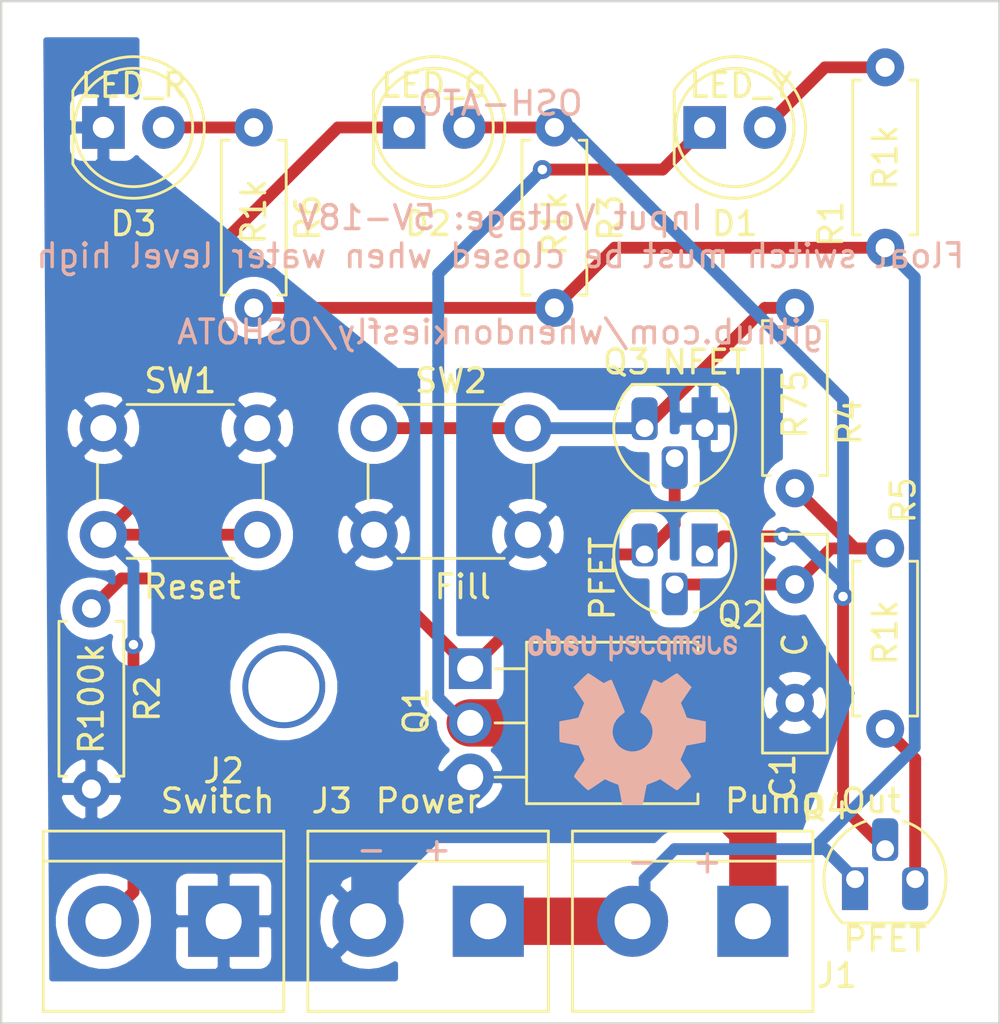
<source format=kicad_pcb>
(kicad_pcb (version 20171130) (host pcbnew 5.1.10-1.fc33)

  (general
    (thickness 1.6)
    (drawings 7)
    (tracks 72)
    (zones 0)
    (modules 20)
    (nets 12)
  )

  (page A4)
  (layers
    (0 F.Cu signal)
    (31 B.Cu signal)
    (32 B.Adhes user)
    (33 F.Adhes user)
    (34 B.Paste user)
    (35 F.Paste user)
    (36 B.SilkS user)
    (37 F.SilkS user)
    (38 B.Mask user)
    (39 F.Mask user)
    (40 Dwgs.User user)
    (41 Cmts.User user)
    (42 Eco1.User user)
    (43 Eco2.User user)
    (44 Edge.Cuts user)
    (45 Margin user)
    (46 B.CrtYd user)
    (47 F.CrtYd user)
    (48 B.Fab user hide)
    (49 F.Fab user)
  )

  (setup
    (last_trace_width 0.5)
    (user_trace_width 0.5)
    (user_trace_width 1)
    (user_trace_width 2)
    (trace_clearance 0.2)
    (zone_clearance 0.508)
    (zone_45_only no)
    (trace_min 0.2)
    (via_size 0.8)
    (via_drill 0.4)
    (via_min_size 0.4)
    (via_min_drill 0.3)
    (user_via 0.8 0.4)
    (uvia_size 0.3)
    (uvia_drill 0.1)
    (uvias_allowed no)
    (uvia_min_size 0.2)
    (uvia_min_drill 0.1)
    (edge_width 0.05)
    (segment_width 0.2)
    (pcb_text_width 0.3)
    (pcb_text_size 1.5 1.5)
    (mod_edge_width 0.12)
    (mod_text_size 1 1)
    (mod_text_width 0.15)
    (pad_size 1.524 1.524)
    (pad_drill 0.762)
    (pad_to_mask_clearance 0)
    (aux_axis_origin 0 0)
    (visible_elements FFFFFF7F)
    (pcbplotparams
      (layerselection 0x010fc_ffffffff)
      (usegerberextensions false)
      (usegerberattributes true)
      (usegerberadvancedattributes true)
      (creategerberjobfile true)
      (excludeedgelayer true)
      (linewidth 0.100000)
      (plotframeref false)
      (viasonmask false)
      (mode 1)
      (useauxorigin false)
      (hpglpennumber 1)
      (hpglpenspeed 20)
      (hpglpendiameter 15.000000)
      (psnegative false)
      (psa4output false)
      (plotreference true)
      (plotvalue true)
      (plotinvisibletext false)
      (padsonsilk false)
      (subtractmaskfromsilk false)
      (outputformat 1)
      (mirror false)
      (drillshape 1)
      (scaleselection 1)
      (outputdirectory ""))
  )

  (net 0 "")
  (net 1 "Net-(C1-Pad1)")
  (net 2 GND)
  (net 3 "Net-(D1-Pad1)")
  (net 4 "Net-(D1-Pad2)")
  (net 5 "Net-(D2-Pad1)")
  (net 6 "Net-(D2-Pad2)")
  (net 7 "Net-(D3-Pad2)")
  (net 8 "Net-(Q3-Pad3)")
  (net 9 "Net-(Q4-Pad3)")
  (net 10 "Net-(J1-Pad2)")
  (net 11 "Net-(Q1-Pad1)")

  (net_class Default "This is the default net class."
    (clearance 0.2)
    (trace_width 0.25)
    (via_dia 0.8)
    (via_drill 0.4)
    (uvia_dia 0.3)
    (uvia_drill 0.1)
    (add_net GND)
    (add_net "Net-(C1-Pad1)")
    (add_net "Net-(D1-Pad1)")
    (add_net "Net-(D1-Pad2)")
    (add_net "Net-(D2-Pad1)")
    (add_net "Net-(D2-Pad2)")
    (add_net "Net-(D3-Pad2)")
    (add_net "Net-(J1-Pad2)")
    (add_net "Net-(Q1-Pad1)")
    (add_net "Net-(Q3-Pad3)")
    (add_net "Net-(Q4-Pad3)")
  )

  (module Symbol:OSHW-Logo2_9.8x8mm_SilkScreen (layer B.Cu) (tedit 0) (tstamp 6102224B)
    (at 82.042 101.092)
    (descr "Open Source Hardware Symbol")
    (tags "Logo Symbol OSHW")
    (attr virtual)
    (fp_text reference REF** (at 0 0) (layer B.SilkS) hide
      (effects (font (size 1 1) (thickness 0.15)) (justify mirror))
    )
    (fp_text value OSHW-Logo2_9.8x8mm_SilkScreen (at 0.75 0) (layer B.Fab) hide
      (effects (font (size 1 1) (thickness 0.15)) (justify mirror))
    )
    (fp_poly (pts (xy -3.231114 -2.584505) (xy -3.156461 -2.621727) (xy -3.090569 -2.690261) (xy -3.072423 -2.715648)
      (xy -3.052655 -2.748866) (xy -3.039828 -2.784945) (xy -3.03249 -2.833098) (xy -3.029187 -2.902536)
      (xy -3.028462 -2.994206) (xy -3.031737 -3.11983) (xy -3.043123 -3.214154) (xy -3.064959 -3.284523)
      (xy -3.099581 -3.338286) (xy -3.14933 -3.382788) (xy -3.152986 -3.385423) (xy -3.202015 -3.412377)
      (xy -3.261055 -3.425712) (xy -3.336141 -3.429) (xy -3.458205 -3.429) (xy -3.458256 -3.547497)
      (xy -3.459392 -3.613492) (xy -3.466314 -3.652202) (xy -3.484402 -3.675419) (xy -3.519038 -3.694933)
      (xy -3.527355 -3.69892) (xy -3.56628 -3.717603) (xy -3.596417 -3.729403) (xy -3.618826 -3.730422)
      (xy -3.634567 -3.716761) (xy -3.644698 -3.684522) (xy -3.650277 -3.629804) (xy -3.652365 -3.548711)
      (xy -3.652019 -3.437344) (xy -3.6503 -3.291802) (xy -3.649763 -3.248269) (xy -3.647828 -3.098205)
      (xy -3.646096 -3.000042) (xy -3.458308 -3.000042) (xy -3.457252 -3.083364) (xy -3.452562 -3.13788)
      (xy -3.441949 -3.173837) (xy -3.423128 -3.201482) (xy -3.41035 -3.214965) (xy -3.35811 -3.254417)
      (xy -3.311858 -3.257628) (xy -3.264133 -3.225049) (xy -3.262923 -3.223846) (xy -3.243506 -3.198668)
      (xy -3.231693 -3.164447) (xy -3.225735 -3.111748) (xy -3.22388 -3.031131) (xy -3.223846 -3.013271)
      (xy -3.22833 -2.902175) (xy -3.242926 -2.825161) (xy -3.26935 -2.778147) (xy -3.309317 -2.75705)
      (xy -3.332416 -2.754923) (xy -3.387238 -2.7649) (xy -3.424842 -2.797752) (xy -3.447477 -2.857857)
      (xy -3.457394 -2.949598) (xy -3.458308 -3.000042) (xy -3.646096 -3.000042) (xy -3.645778 -2.98206)
      (xy -3.643127 -2.894679) (xy -3.639394 -2.830905) (xy -3.634093 -2.785582) (xy -3.626742 -2.753555)
      (xy -3.616857 -2.729668) (xy -3.603954 -2.708764) (xy -3.598421 -2.700898) (xy -3.525031 -2.626595)
      (xy -3.43224 -2.584467) (xy -3.324904 -2.572722) (xy -3.231114 -2.584505)) (layer B.SilkS) (width 0.01))
    (fp_poly (pts (xy -1.728336 -2.595089) (xy -1.665633 -2.631358) (xy -1.622039 -2.667358) (xy -1.590155 -2.705075)
      (xy -1.56819 -2.751199) (xy -1.554351 -2.812421) (xy -1.546847 -2.895431) (xy -1.543883 -3.006919)
      (xy -1.543539 -3.087062) (xy -1.543539 -3.382065) (xy -1.709615 -3.456515) (xy -1.719385 -3.133402)
      (xy -1.723421 -3.012729) (xy -1.727656 -2.925141) (xy -1.732903 -2.86465) (xy -1.739975 -2.825268)
      (xy -1.749689 -2.801007) (xy -1.762856 -2.78588) (xy -1.767081 -2.782606) (xy -1.831091 -2.757034)
      (xy -1.895792 -2.767153) (xy -1.934308 -2.794) (xy -1.949975 -2.813024) (xy -1.96082 -2.837988)
      (xy -1.967712 -2.875834) (xy -1.971521 -2.933502) (xy -1.973117 -3.017935) (xy -1.973385 -3.105928)
      (xy -1.973437 -3.216323) (xy -1.975328 -3.294463) (xy -1.981655 -3.347165) (xy -1.995017 -3.381242)
      (xy -2.018015 -3.403511) (xy -2.053246 -3.420787) (xy -2.100303 -3.438738) (xy -2.151697 -3.458278)
      (xy -2.145579 -3.111485) (xy -2.143116 -2.986468) (xy -2.140233 -2.894082) (xy -2.136102 -2.827881)
      (xy -2.129893 -2.78142) (xy -2.120774 -2.748256) (xy -2.107917 -2.721944) (xy -2.092416 -2.698729)
      (xy -2.017629 -2.624569) (xy -1.926372 -2.581684) (xy -1.827117 -2.571412) (xy -1.728336 -2.595089)) (layer B.SilkS) (width 0.01))
    (fp_poly (pts (xy -3.983114 -2.587256) (xy -3.891536 -2.635409) (xy -3.823951 -2.712905) (xy -3.799943 -2.762727)
      (xy -3.781262 -2.837533) (xy -3.771699 -2.932052) (xy -3.770792 -3.03521) (xy -3.778079 -3.135935)
      (xy -3.793097 -3.223153) (xy -3.815385 -3.285791) (xy -3.822235 -3.296579) (xy -3.903368 -3.377105)
      (xy -3.999734 -3.425336) (xy -4.104299 -3.43945) (xy -4.210032 -3.417629) (xy -4.239457 -3.404547)
      (xy -4.296759 -3.364231) (xy -4.34705 -3.310775) (xy -4.351803 -3.303995) (xy -4.371122 -3.271321)
      (xy -4.383892 -3.236394) (xy -4.391436 -3.190414) (xy -4.395076 -3.124584) (xy -4.396135 -3.030105)
      (xy -4.396154 -3.008923) (xy -4.396106 -3.002182) (xy -4.200769 -3.002182) (xy -4.199632 -3.091349)
      (xy -4.195159 -3.15052) (xy -4.185754 -3.188741) (xy -4.169824 -3.215053) (xy -4.161692 -3.223846)
      (xy -4.114942 -3.257261) (xy -4.069553 -3.255737) (xy -4.02366 -3.226752) (xy -3.996288 -3.195809)
      (xy -3.980077 -3.150643) (xy -3.970974 -3.07942) (xy -3.970349 -3.071114) (xy -3.968796 -2.942037)
      (xy -3.985035 -2.846172) (xy -4.018848 -2.784107) (xy -4.070016 -2.756432) (xy -4.08828 -2.754923)
      (xy -4.13624 -2.762513) (xy -4.169047 -2.788808) (xy -4.189105 -2.839095) (xy -4.198822 -2.918664)
      (xy -4.200769 -3.002182) (xy -4.396106 -3.002182) (xy -4.395426 -2.908249) (xy -4.392371 -2.837906)
      (xy -4.385678 -2.789163) (xy -4.37404 -2.753288) (xy -4.356147 -2.721548) (xy -4.352192 -2.715648)
      (xy -4.285733 -2.636104) (xy -4.213315 -2.589929) (xy -4.125151 -2.571599) (xy -4.095213 -2.570703)
      (xy -3.983114 -2.587256)) (layer B.SilkS) (width 0.01))
    (fp_poly (pts (xy -2.465746 -2.599745) (xy -2.388714 -2.651567) (xy -2.329184 -2.726412) (xy -2.293622 -2.821654)
      (xy -2.286429 -2.891756) (xy -2.287246 -2.921009) (xy -2.294086 -2.943407) (xy -2.312888 -2.963474)
      (xy -2.349592 -2.985733) (xy -2.410138 -3.014709) (xy -2.500466 -3.054927) (xy -2.500923 -3.055129)
      (xy -2.584067 -3.09321) (xy -2.652247 -3.127025) (xy -2.698495 -3.152933) (xy -2.715842 -3.167295)
      (xy -2.715846 -3.167411) (xy -2.700557 -3.198685) (xy -2.664804 -3.233157) (xy -2.623758 -3.25799)
      (xy -2.602963 -3.262923) (xy -2.54623 -3.245862) (xy -2.497373 -3.203133) (xy -2.473535 -3.156155)
      (xy -2.450603 -3.121522) (xy -2.405682 -3.082081) (xy -2.352877 -3.048009) (xy -2.30629 -3.02948)
      (xy -2.296548 -3.028462) (xy -2.285582 -3.045215) (xy -2.284921 -3.088039) (xy -2.29298 -3.145781)
      (xy -2.308173 -3.207289) (xy -2.328914 -3.261409) (xy -2.329962 -3.26351) (xy -2.392379 -3.35066)
      (xy -2.473274 -3.409939) (xy -2.565144 -3.439034) (xy -2.660487 -3.435634) (xy -2.751802 -3.397428)
      (xy -2.755862 -3.394741) (xy -2.827694 -3.329642) (xy -2.874927 -3.244705) (xy -2.901066 -3.133021)
      (xy -2.904574 -3.101643) (xy -2.910787 -2.953536) (xy -2.903339 -2.884468) (xy -2.715846 -2.884468)
      (xy -2.71341 -2.927552) (xy -2.700086 -2.940126) (xy -2.666868 -2.930719) (xy -2.614506 -2.908483)
      (xy -2.555976 -2.88061) (xy -2.554521 -2.879872) (xy -2.504911 -2.853777) (xy -2.485 -2.836363)
      (xy -2.48991 -2.818107) (xy -2.510584 -2.79412) (xy -2.563181 -2.759406) (xy -2.619823 -2.756856)
      (xy -2.670631 -2.782119) (xy -2.705724 -2.830847) (xy -2.715846 -2.884468) (xy -2.903339 -2.884468)
      (xy -2.898008 -2.835036) (xy -2.865222 -2.741055) (xy -2.819579 -2.675215) (xy -2.737198 -2.608681)
      (xy -2.646454 -2.575676) (xy -2.553815 -2.573573) (xy -2.465746 -2.599745)) (layer B.SilkS) (width 0.01))
    (fp_poly (pts (xy -0.840154 -2.49212) (xy -0.834428 -2.57198) (xy -0.827851 -2.619039) (xy -0.818738 -2.639566)
      (xy -0.805402 -2.639829) (xy -0.801077 -2.637378) (xy -0.743556 -2.619636) (xy -0.668732 -2.620672)
      (xy -0.592661 -2.63891) (xy -0.545082 -2.662505) (xy -0.496298 -2.700198) (xy -0.460636 -2.742855)
      (xy -0.436155 -2.797057) (xy -0.420913 -2.869384) (xy -0.41297 -2.966419) (xy -0.410384 -3.094742)
      (xy -0.410338 -3.119358) (xy -0.410308 -3.39587) (xy -0.471839 -3.41732) (xy -0.515541 -3.431912)
      (xy -0.539518 -3.438706) (xy -0.540223 -3.438769) (xy -0.542585 -3.420345) (xy -0.544594 -3.369526)
      (xy -0.546099 -3.292993) (xy -0.546947 -3.19743) (xy -0.547077 -3.139329) (xy -0.547349 -3.024771)
      (xy -0.548748 -2.942667) (xy -0.552151 -2.886393) (xy -0.558433 -2.849326) (xy -0.568471 -2.824844)
      (xy -0.583139 -2.806325) (xy -0.592298 -2.797406) (xy -0.655211 -2.761466) (xy -0.723864 -2.758775)
      (xy -0.786152 -2.78917) (xy -0.797671 -2.800144) (xy -0.814567 -2.820779) (xy -0.826286 -2.845256)
      (xy -0.833767 -2.880647) (xy -0.837946 -2.934026) (xy -0.839763 -3.012466) (xy -0.840154 -3.120617)
      (xy -0.840154 -3.39587) (xy -0.901685 -3.41732) (xy -0.945387 -3.431912) (xy -0.969364 -3.438706)
      (xy -0.97007 -3.438769) (xy -0.971874 -3.420069) (xy -0.9735 -3.367322) (xy -0.974883 -3.285557)
      (xy -0.975958 -3.179805) (xy -0.97666 -3.055094) (xy -0.976923 -2.916455) (xy -0.976923 -2.381806)
      (xy -0.849923 -2.328236) (xy -0.840154 -2.49212)) (layer B.SilkS) (width 0.01))
    (fp_poly (pts (xy 0.053501 -2.626303) (xy 0.13006 -2.654733) (xy 0.130936 -2.655279) (xy 0.178285 -2.690127)
      (xy 0.213241 -2.730852) (xy 0.237825 -2.783925) (xy 0.254062 -2.855814) (xy 0.263975 -2.952992)
      (xy 0.269586 -3.081928) (xy 0.270077 -3.100298) (xy 0.277141 -3.377287) (xy 0.217695 -3.408028)
      (xy 0.174681 -3.428802) (xy 0.14871 -3.438646) (xy 0.147509 -3.438769) (xy 0.143014 -3.420606)
      (xy 0.139444 -3.371612) (xy 0.137248 -3.300031) (xy 0.136769 -3.242068) (xy 0.136758 -3.14817)
      (xy 0.132466 -3.089203) (xy 0.117503 -3.061079) (xy 0.085482 -3.059706) (xy 0.030014 -3.080998)
      (xy -0.053731 -3.120136) (xy -0.115311 -3.152643) (xy -0.146983 -3.180845) (xy -0.156294 -3.211582)
      (xy -0.156308 -3.213104) (xy -0.140943 -3.266054) (xy -0.095453 -3.29466) (xy -0.025834 -3.298803)
      (xy 0.024313 -3.298084) (xy 0.050754 -3.312527) (xy 0.067243 -3.347218) (xy 0.076733 -3.391416)
      (xy 0.063057 -3.416493) (xy 0.057907 -3.420082) (xy 0.009425 -3.434496) (xy -0.058469 -3.436537)
      (xy -0.128388 -3.426983) (xy -0.177932 -3.409522) (xy -0.24643 -3.351364) (xy -0.285366 -3.270408)
      (xy -0.293077 -3.20716) (xy -0.287193 -3.150111) (xy -0.265899 -3.103542) (xy -0.223735 -3.062181)
      (xy -0.155241 -3.020755) (xy -0.054956 -2.973993) (xy -0.048846 -2.97135) (xy 0.04149 -2.929617)
      (xy 0.097235 -2.895391) (xy 0.121129 -2.864635) (xy 0.115913 -2.833311) (xy 0.084328 -2.797383)
      (xy 0.074883 -2.789116) (xy 0.011617 -2.757058) (xy -0.053936 -2.758407) (xy -0.111028 -2.789838)
      (xy -0.148907 -2.848024) (xy -0.152426 -2.859446) (xy -0.1867 -2.914837) (xy -0.230191 -2.941518)
      (xy -0.293077 -2.96796) (xy -0.293077 -2.899548) (xy -0.273948 -2.80011) (xy -0.217169 -2.708902)
      (xy -0.187622 -2.678389) (xy -0.120458 -2.639228) (xy -0.035044 -2.6215) (xy 0.053501 -2.626303)) (layer B.SilkS) (width 0.01))
    (fp_poly (pts (xy 0.713362 -2.62467) (xy 0.802117 -2.657421) (xy 0.874022 -2.71535) (xy 0.902144 -2.756128)
      (xy 0.932802 -2.830954) (xy 0.932165 -2.885058) (xy 0.899987 -2.921446) (xy 0.888081 -2.927633)
      (xy 0.836675 -2.946925) (xy 0.810422 -2.941982) (xy 0.80153 -2.909587) (xy 0.801077 -2.891692)
      (xy 0.784797 -2.825859) (xy 0.742365 -2.779807) (xy 0.683388 -2.757564) (xy 0.617475 -2.763161)
      (xy 0.563895 -2.792229) (xy 0.545798 -2.80881) (xy 0.532971 -2.828925) (xy 0.524306 -2.859332)
      (xy 0.518696 -2.906788) (xy 0.515035 -2.97805) (xy 0.512215 -3.079875) (xy 0.511484 -3.112115)
      (xy 0.50882 -3.22241) (xy 0.505792 -3.300036) (xy 0.50125 -3.351396) (xy 0.494046 -3.38289)
      (xy 0.483033 -3.40092) (xy 0.46706 -3.411888) (xy 0.456834 -3.416733) (xy 0.413406 -3.433301)
      (xy 0.387842 -3.438769) (xy 0.379395 -3.420507) (xy 0.374239 -3.365296) (xy 0.372346 -3.272499)
      (xy 0.373689 -3.141478) (xy 0.374107 -3.121269) (xy 0.377058 -3.001733) (xy 0.380548 -2.914449)
      (xy 0.385514 -2.852591) (xy 0.392893 -2.809336) (xy 0.403624 -2.77786) (xy 0.418645 -2.751339)
      (xy 0.426502 -2.739975) (xy 0.471553 -2.689692) (xy 0.52194 -2.650581) (xy 0.528108 -2.647167)
      (xy 0.618458 -2.620212) (xy 0.713362 -2.62467)) (layer B.SilkS) (width 0.01))
    (fp_poly (pts (xy 1.602081 -2.780289) (xy 1.601833 -2.92632) (xy 1.600872 -3.038655) (xy 1.598794 -3.122678)
      (xy 1.595193 -3.183769) (xy 1.589665 -3.227309) (xy 1.581804 -3.258679) (xy 1.571207 -3.283262)
      (xy 1.563182 -3.297294) (xy 1.496728 -3.373388) (xy 1.41247 -3.421084) (xy 1.319249 -3.438199)
      (xy 1.2259 -3.422546) (xy 1.170312 -3.394418) (xy 1.111957 -3.34576) (xy 1.072186 -3.286333)
      (xy 1.04819 -3.208507) (xy 1.037161 -3.104652) (xy 1.035599 -3.028462) (xy 1.035809 -3.022986)
      (xy 1.172308 -3.022986) (xy 1.173141 -3.110355) (xy 1.176961 -3.168192) (xy 1.185746 -3.206029)
      (xy 1.201474 -3.233398) (xy 1.220266 -3.254042) (xy 1.283375 -3.29389) (xy 1.351137 -3.297295)
      (xy 1.415179 -3.264025) (xy 1.420164 -3.259517) (xy 1.441439 -3.236067) (xy 1.454779 -3.208166)
      (xy 1.462001 -3.166641) (xy 1.464923 -3.102316) (xy 1.465385 -3.0312) (xy 1.464383 -2.941858)
      (xy 1.460238 -2.882258) (xy 1.451236 -2.843089) (xy 1.435667 -2.81504) (xy 1.422902 -2.800144)
      (xy 1.3636 -2.762575) (xy 1.295301 -2.758057) (xy 1.23011 -2.786753) (xy 1.217528 -2.797406)
      (xy 1.196111 -2.821063) (xy 1.182744 -2.849251) (xy 1.175566 -2.891245) (xy 1.172719 -2.956319)
      (xy 1.172308 -3.022986) (xy 1.035809 -3.022986) (xy 1.040322 -2.905765) (xy 1.056362 -2.813577)
      (xy 1.086528 -2.744269) (xy 1.133629 -2.690211) (xy 1.170312 -2.662505) (xy 1.23699 -2.632572)
      (xy 1.314272 -2.618678) (xy 1.38611 -2.622397) (xy 1.426308 -2.6374) (xy 1.442082 -2.64167)
      (xy 1.45255 -2.62575) (xy 1.459856 -2.583089) (xy 1.465385 -2.518106) (xy 1.471437 -2.445732)
      (xy 1.479844 -2.402187) (xy 1.495141 -2.377287) (xy 1.521864 -2.360845) (xy 1.538654 -2.353564)
      (xy 1.602154 -2.326963) (xy 1.602081 -2.780289)) (layer B.SilkS) (width 0.01))
    (fp_poly (pts (xy 2.395929 -2.636662) (xy 2.398911 -2.688068) (xy 2.401247 -2.766192) (xy 2.402749 -2.864857)
      (xy 2.403231 -2.968343) (xy 2.403231 -3.318533) (xy 2.341401 -3.380363) (xy 2.298793 -3.418462)
      (xy 2.26139 -3.433895) (xy 2.21027 -3.432918) (xy 2.189978 -3.430433) (xy 2.126554 -3.4232)
      (xy 2.074095 -3.419055) (xy 2.061308 -3.418672) (xy 2.018199 -3.421176) (xy 1.956544 -3.427462)
      (xy 1.932638 -3.430433) (xy 1.873922 -3.435028) (xy 1.834464 -3.425046) (xy 1.795338 -3.394228)
      (xy 1.781215 -3.380363) (xy 1.719385 -3.318533) (xy 1.719385 -2.663503) (xy 1.76915 -2.640829)
      (xy 1.812002 -2.624034) (xy 1.837073 -2.618154) (xy 1.843501 -2.636736) (xy 1.849509 -2.688655)
      (xy 1.854697 -2.768172) (xy 1.858664 -2.869546) (xy 1.860577 -2.955192) (xy 1.865923 -3.292231)
      (xy 1.91256 -3.298825) (xy 1.954976 -3.294214) (xy 1.97576 -3.279287) (xy 1.98157 -3.251377)
      (xy 1.98653 -3.191925) (xy 1.990246 -3.108466) (xy 1.992324 -3.008532) (xy 1.992624 -2.957104)
      (xy 1.992923 -2.661054) (xy 2.054454 -2.639604) (xy 2.098004 -2.62502) (xy 2.121694 -2.618219)
      (xy 2.122377 -2.618154) (xy 2.124754 -2.636642) (xy 2.127366 -2.687906) (xy 2.129995 -2.765649)
      (xy 2.132421 -2.863574) (xy 2.134115 -2.955192) (xy 2.139461 -3.292231) (xy 2.256692 -3.292231)
      (xy 2.262072 -2.984746) (xy 2.267451 -2.677261) (xy 2.324601 -2.647707) (xy 2.366797 -2.627413)
      (xy 2.39177 -2.618204) (xy 2.392491 -2.618154) (xy 2.395929 -2.636662)) (layer B.SilkS) (width 0.01))
    (fp_poly (pts (xy 2.887333 -2.633528) (xy 2.94359 -2.659117) (xy 2.987747 -2.690124) (xy 3.020101 -2.724795)
      (xy 3.042438 -2.76952) (xy 3.056546 -2.830692) (xy 3.064211 -2.914701) (xy 3.06722 -3.02794)
      (xy 3.067538 -3.102509) (xy 3.067538 -3.39342) (xy 3.017773 -3.416095) (xy 2.978576 -3.432667)
      (xy 2.959157 -3.438769) (xy 2.955442 -3.42061) (xy 2.952495 -3.371648) (xy 2.950691 -3.300153)
      (xy 2.950308 -3.243385) (xy 2.948661 -3.161371) (xy 2.944222 -3.096309) (xy 2.93774 -3.056467)
      (xy 2.93259 -3.048) (xy 2.897977 -3.056646) (xy 2.84364 -3.078823) (xy 2.780722 -3.108886)
      (xy 2.720368 -3.141192) (xy 2.673721 -3.170098) (xy 2.651926 -3.189961) (xy 2.651839 -3.190175)
      (xy 2.653714 -3.226935) (xy 2.670525 -3.262026) (xy 2.700039 -3.290528) (xy 2.743116 -3.300061)
      (xy 2.779932 -3.29895) (xy 2.832074 -3.298133) (xy 2.859444 -3.310349) (xy 2.875882 -3.342624)
      (xy 2.877955 -3.34871) (xy 2.885081 -3.394739) (xy 2.866024 -3.422687) (xy 2.816353 -3.436007)
      (xy 2.762697 -3.43847) (xy 2.666142 -3.42021) (xy 2.616159 -3.394131) (xy 2.554429 -3.332868)
      (xy 2.52169 -3.25767) (xy 2.518753 -3.178211) (xy 2.546424 -3.104167) (xy 2.588047 -3.057769)
      (xy 2.629604 -3.031793) (xy 2.694922 -2.998907) (xy 2.771038 -2.965557) (xy 2.783726 -2.960461)
      (xy 2.867333 -2.923565) (xy 2.91553 -2.891046) (xy 2.93103 -2.858718) (xy 2.91655 -2.822394)
      (xy 2.891692 -2.794) (xy 2.832939 -2.759039) (xy 2.768293 -2.756417) (xy 2.709008 -2.783358)
      (xy 2.666339 -2.837088) (xy 2.660739 -2.85095) (xy 2.628133 -2.901936) (xy 2.58053 -2.939787)
      (xy 2.520461 -2.97085) (xy 2.520461 -2.882768) (xy 2.523997 -2.828951) (xy 2.539156 -2.786534)
      (xy 2.572768 -2.741279) (xy 2.605035 -2.70642) (xy 2.655209 -2.657062) (xy 2.694193 -2.630547)
      (xy 2.736064 -2.619911) (xy 2.78346 -2.618154) (xy 2.887333 -2.633528)) (layer B.SilkS) (width 0.01))
    (fp_poly (pts (xy 3.570807 -2.636782) (xy 3.594161 -2.646988) (xy 3.649902 -2.691134) (xy 3.697569 -2.754967)
      (xy 3.727048 -2.823087) (xy 3.731846 -2.85667) (xy 3.71576 -2.903556) (xy 3.680475 -2.928365)
      (xy 3.642644 -2.943387) (xy 3.625321 -2.946155) (xy 3.616886 -2.926066) (xy 3.60023 -2.882351)
      (xy 3.592923 -2.862598) (xy 3.551948 -2.794271) (xy 3.492622 -2.760191) (xy 3.416552 -2.761239)
      (xy 3.410918 -2.762581) (xy 3.370305 -2.781836) (xy 3.340448 -2.819375) (xy 3.320055 -2.879809)
      (xy 3.307836 -2.967751) (xy 3.3025 -3.087813) (xy 3.302 -3.151698) (xy 3.301752 -3.252403)
      (xy 3.300126 -3.321054) (xy 3.295801 -3.364673) (xy 3.287454 -3.390282) (xy 3.273765 -3.404903)
      (xy 3.253411 -3.415558) (xy 3.252234 -3.416095) (xy 3.213038 -3.432667) (xy 3.193619 -3.438769)
      (xy 3.190635 -3.420319) (xy 3.188081 -3.369323) (xy 3.18614 -3.292308) (xy 3.184997 -3.195805)
      (xy 3.184769 -3.125184) (xy 3.185932 -2.988525) (xy 3.190479 -2.884851) (xy 3.199999 -2.808108)
      (xy 3.216081 -2.752246) (xy 3.240313 -2.711212) (xy 3.274286 -2.678954) (xy 3.307833 -2.65644)
      (xy 3.388499 -2.626476) (xy 3.482381 -2.619718) (xy 3.570807 -2.636782)) (layer B.SilkS) (width 0.01))
    (fp_poly (pts (xy 4.245224 -2.647838) (xy 4.322528 -2.698361) (xy 4.359814 -2.74359) (xy 4.389353 -2.825663)
      (xy 4.391699 -2.890607) (xy 4.386385 -2.977445) (xy 4.186115 -3.065103) (xy 4.088739 -3.109887)
      (xy 4.025113 -3.145913) (xy 3.992029 -3.177117) (xy 3.98628 -3.207436) (xy 4.004658 -3.240805)
      (xy 4.024923 -3.262923) (xy 4.083889 -3.298393) (xy 4.148024 -3.300879) (xy 4.206926 -3.273235)
      (xy 4.250197 -3.21832) (xy 4.257936 -3.198928) (xy 4.295006 -3.138364) (xy 4.337654 -3.112552)
      (xy 4.396154 -3.090471) (xy 4.396154 -3.174184) (xy 4.390982 -3.23115) (xy 4.370723 -3.279189)
      (xy 4.328262 -3.334346) (xy 4.321951 -3.341514) (xy 4.27472 -3.390585) (xy 4.234121 -3.41692)
      (xy 4.183328 -3.429035) (xy 4.14122 -3.433003) (xy 4.065902 -3.433991) (xy 4.012286 -3.421466)
      (xy 3.978838 -3.402869) (xy 3.926268 -3.361975) (xy 3.889879 -3.317748) (xy 3.86685 -3.262126)
      (xy 3.854359 -3.187047) (xy 3.849587 -3.084449) (xy 3.849206 -3.032376) (xy 3.850501 -2.969948)
      (xy 3.968471 -2.969948) (xy 3.969839 -3.003438) (xy 3.973249 -3.008923) (xy 3.995753 -3.001472)
      (xy 4.044182 -2.981753) (xy 4.108908 -2.953718) (xy 4.122443 -2.947692) (xy 4.204244 -2.906096)
      (xy 4.249312 -2.869538) (xy 4.259217 -2.835296) (xy 4.235526 -2.800648) (xy 4.21596 -2.785339)
      (xy 4.14536 -2.754721) (xy 4.07928 -2.75978) (xy 4.023959 -2.797151) (xy 3.985636 -2.863473)
      (xy 3.973349 -2.916116) (xy 3.968471 -2.969948) (xy 3.850501 -2.969948) (xy 3.85173 -2.91072)
      (xy 3.861032 -2.82071) (xy 3.87946 -2.755167) (xy 3.90936 -2.706912) (xy 3.95308 -2.668767)
      (xy 3.972141 -2.65644) (xy 4.058726 -2.624336) (xy 4.153522 -2.622316) (xy 4.245224 -2.647838)) (layer B.SilkS) (width 0.01))
    (fp_poly (pts (xy 0.139878 3.712224) (xy 0.245612 3.711645) (xy 0.322132 3.710078) (xy 0.374372 3.707028)
      (xy 0.407263 3.702004) (xy 0.425737 3.694511) (xy 0.434727 3.684056) (xy 0.439163 3.670147)
      (xy 0.439594 3.668346) (xy 0.446333 3.635855) (xy 0.458808 3.571748) (xy 0.475719 3.482849)
      (xy 0.495771 3.375981) (xy 0.517664 3.257967) (xy 0.518429 3.253822) (xy 0.540359 3.138169)
      (xy 0.560877 3.035986) (xy 0.578659 2.953402) (xy 0.592381 2.896544) (xy 0.600718 2.871542)
      (xy 0.601116 2.871099) (xy 0.625677 2.85889) (xy 0.676315 2.838544) (xy 0.742095 2.814455)
      (xy 0.742461 2.814326) (xy 0.825317 2.783182) (xy 0.923 2.743509) (xy 1.015077 2.703619)
      (xy 1.019434 2.701647) (xy 1.169407 2.63358) (xy 1.501498 2.860361) (xy 1.603374 2.929496)
      (xy 1.695657 2.991303) (xy 1.773003 3.042267) (xy 1.830064 3.078873) (xy 1.861495 3.097606)
      (xy 1.864479 3.098996) (xy 1.887321 3.09281) (xy 1.929982 3.062965) (xy 1.994128 3.008053)
      (xy 2.081421 2.926666) (xy 2.170535 2.840078) (xy 2.256441 2.754753) (xy 2.333327 2.676892)
      (xy 2.396564 2.611303) (xy 2.441523 2.562795) (xy 2.463576 2.536175) (xy 2.464396 2.534805)
      (xy 2.466834 2.516537) (xy 2.45765 2.486705) (xy 2.434574 2.441279) (xy 2.395337 2.37623)
      (xy 2.33767 2.28753) (xy 2.260795 2.173343) (xy 2.19257 2.072838) (xy 2.131582 1.982697)
      (xy 2.081356 1.908151) (xy 2.045416 1.854435) (xy 2.027287 1.826782) (xy 2.026146 1.824905)
      (xy 2.028359 1.79841) (xy 2.045138 1.746914) (xy 2.073142 1.680149) (xy 2.083122 1.658828)
      (xy 2.126672 1.563841) (xy 2.173134 1.456063) (xy 2.210877 1.362808) (xy 2.238073 1.293594)
      (xy 2.259675 1.240994) (xy 2.272158 1.213503) (xy 2.273709 1.211384) (xy 2.296668 1.207876)
      (xy 2.350786 1.198262) (xy 2.428868 1.183911) (xy 2.523719 1.166193) (xy 2.628143 1.146475)
      (xy 2.734944 1.126126) (xy 2.836926 1.106514) (xy 2.926894 1.089009) (xy 2.997653 1.074978)
      (xy 3.042006 1.065791) (xy 3.052885 1.063193) (xy 3.064122 1.056782) (xy 3.072605 1.042303)
      (xy 3.078714 1.014867) (xy 3.082832 0.969589) (xy 3.085341 0.90158) (xy 3.086621 0.805953)
      (xy 3.087054 0.67782) (xy 3.087077 0.625299) (xy 3.087077 0.198155) (xy 2.9845 0.177909)
      (xy 2.927431 0.16693) (xy 2.842269 0.150905) (xy 2.739372 0.131767) (xy 2.629096 0.111449)
      (xy 2.598615 0.105868) (xy 2.496855 0.086083) (xy 2.408205 0.066627) (xy 2.340108 0.049303)
      (xy 2.300004 0.035912) (xy 2.293323 0.031921) (xy 2.276919 0.003658) (xy 2.253399 -0.051109)
      (xy 2.227316 -0.121588) (xy 2.222142 -0.136769) (xy 2.187956 -0.230896) (xy 2.145523 -0.337101)
      (xy 2.103997 -0.432473) (xy 2.103792 -0.432916) (xy 2.03464 -0.582525) (xy 2.489512 -1.251617)
      (xy 2.1975 -1.544116) (xy 2.10918 -1.63117) (xy 2.028625 -1.707909) (xy 1.96036 -1.770237)
      (xy 1.908908 -1.814056) (xy 1.878794 -1.83527) (xy 1.874474 -1.836616) (xy 1.849111 -1.826016)
      (xy 1.797358 -1.796547) (xy 1.724868 -1.751705) (xy 1.637294 -1.694984) (xy 1.542612 -1.631462)
      (xy 1.446516 -1.566668) (xy 1.360837 -1.510287) (xy 1.291016 -1.465788) (xy 1.242494 -1.436639)
      (xy 1.220782 -1.426308) (xy 1.194293 -1.43505) (xy 1.144062 -1.458087) (xy 1.080451 -1.490631)
      (xy 1.073708 -1.494249) (xy 0.988046 -1.53721) (xy 0.929306 -1.558279) (xy 0.892772 -1.558503)
      (xy 0.873731 -1.538928) (xy 0.87362 -1.538654) (xy 0.864102 -1.515472) (xy 0.841403 -1.460441)
      (xy 0.807282 -1.377822) (xy 0.7635 -1.271872) (xy 0.711816 -1.146852) (xy 0.653992 -1.00702)
      (xy 0.597991 -0.871637) (xy 0.536447 -0.722234) (xy 0.479939 -0.583832) (xy 0.430161 -0.460673)
      (xy 0.388806 -0.357002) (xy 0.357568 -0.277059) (xy 0.338141 -0.225088) (xy 0.332154 -0.205692)
      (xy 0.347168 -0.183443) (xy 0.386439 -0.147982) (xy 0.438807 -0.108887) (xy 0.587941 0.014755)
      (xy 0.704511 0.156478) (xy 0.787118 0.313296) (xy 0.834366 0.482225) (xy 0.844857 0.660278)
      (xy 0.837231 0.742461) (xy 0.795682 0.912969) (xy 0.724123 1.063541) (xy 0.626995 1.192691)
      (xy 0.508734 1.298936) (xy 0.37378 1.38079) (xy 0.226571 1.436768) (xy 0.071544 1.465385)
      (xy -0.086861 1.465156) (xy -0.244206 1.434595) (xy -0.396054 1.372218) (xy -0.537965 1.27654)
      (xy -0.597197 1.222428) (xy -0.710797 1.08348) (xy -0.789894 0.931639) (xy -0.835014 0.771333)
      (xy -0.846684 0.606988) (xy -0.825431 0.443029) (xy -0.77178 0.283882) (xy -0.68626 0.133975)
      (xy -0.569395 -0.002267) (xy -0.438807 -0.108887) (xy -0.384412 -0.149642) (xy -0.345986 -0.184718)
      (xy -0.332154 -0.205726) (xy -0.339397 -0.228635) (xy -0.359995 -0.283365) (xy -0.392254 -0.365672)
      (xy -0.434479 -0.471315) (xy -0.484977 -0.59605) (xy -0.542052 -0.735636) (xy -0.598146 -0.87167)
      (xy -0.660033 -1.021201) (xy -0.717356 -1.159767) (xy -0.768356 -1.283107) (xy -0.811273 -1.386964)
      (xy -0.844347 -1.46708) (xy -0.865819 -1.519195) (xy -0.873775 -1.538654) (xy -0.892571 -1.558423)
      (xy -0.928926 -1.558365) (xy -0.987521 -1.537441) (xy -1.073032 -1.494613) (xy -1.073708 -1.494249)
      (xy -1.138093 -1.461012) (xy -1.190139 -1.436802) (xy -1.219488 -1.426404) (xy -1.220783 -1.426308)
      (xy -1.242876 -1.436855) (xy -1.291652 -1.466184) (xy -1.361669 -1.510827) (xy -1.447486 -1.567314)
      (xy -1.542612 -1.631462) (xy -1.63946 -1.696411) (xy -1.726747 -1.752896) (xy -1.798819 -1.797421)
      (xy -1.850023 -1.82649) (xy -1.874474 -1.836616) (xy -1.89699 -1.823307) (xy -1.942258 -1.786112)
      (xy -2.005756 -1.729128) (xy -2.082961 -1.656449) (xy -2.169349 -1.572171) (xy -2.197601 -1.544016)
      (xy -2.489713 -1.251416) (xy -2.267369 -0.925104) (xy -2.199798 -0.824897) (xy -2.140493 -0.734963)
      (xy -2.092783 -0.66051) (xy -2.059993 -0.606751) (xy -2.045452 -0.578894) (xy -2.045026 -0.576912)
      (xy -2.052692 -0.550655) (xy -2.073311 -0.497837) (xy -2.103315 -0.42731) (xy -2.124375 -0.380093)
      (xy -2.163752 -0.289694) (xy -2.200835 -0.198366) (xy -2.229585 -0.1212) (xy -2.237395 -0.097692)
      (xy -2.259583 -0.034916) (xy -2.281273 0.013589) (xy -2.293187 0.031921) (xy -2.319477 0.043141)
      (xy -2.376858 0.059046) (xy -2.457882 0.077833) (xy -2.555105 0.097701) (xy -2.598615 0.105868)
      (xy -2.709104 0.126171) (xy -2.815084 0.14583) (xy -2.906199 0.162912) (xy -2.972092 0.175482)
      (xy -2.9845 0.177909) (xy -3.087077 0.198155) (xy -3.087077 0.625299) (xy -3.086847 0.765754)
      (xy -3.085901 0.872021) (xy -3.083859 0.948987) (xy -3.080338 1.00154) (xy -3.074957 1.034567)
      (xy -3.067334 1.052955) (xy -3.057088 1.061592) (xy -3.052885 1.063193) (xy -3.02753 1.068873)
      (xy -2.971516 1.080205) (xy -2.892036 1.095821) (xy -2.796288 1.114353) (xy -2.691467 1.134431)
      (xy -2.584768 1.154688) (xy -2.483387 1.173754) (xy -2.394521 1.190261) (xy -2.325363 1.202841)
      (xy -2.283111 1.210125) (xy -2.27371 1.211384) (xy -2.265193 1.228237) (xy -2.24634 1.27313)
      (xy -2.220676 1.33757) (xy -2.210877 1.362808) (xy -2.171352 1.460314) (xy -2.124808 1.568041)
      (xy -2.083123 1.658828) (xy -2.05245 1.728247) (xy -2.032044 1.78529) (xy -2.025232 1.820223)
      (xy -2.026318 1.824905) (xy -2.040715 1.847009) (xy -2.073588 1.896169) (xy -2.12141 1.967152)
      (xy -2.180652 2.054722) (xy -2.247785 2.153643) (xy -2.261059 2.17317) (xy -2.338954 2.28886)
      (xy -2.396213 2.376956) (xy -2.435119 2.441514) (xy -2.457956 2.486589) (xy -2.467006 2.516237)
      (xy -2.464552 2.534515) (xy -2.464489 2.534631) (xy -2.445173 2.558639) (xy -2.402449 2.605053)
      (xy -2.340949 2.669063) (xy -2.265302 2.745855) (xy -2.180139 2.830618) (xy -2.170535 2.840078)
      (xy -2.06321 2.944011) (xy -1.980385 3.020325) (xy -1.920395 3.070429) (xy -1.881577 3.09573)
      (xy -1.86448 3.098996) (xy -1.839527 3.08475) (xy -1.787745 3.051844) (xy -1.71448 3.003792)
      (xy -1.62508 2.94411) (xy -1.524889 2.876312) (xy -1.501499 2.860361) (xy -1.169407 2.63358)
      (xy -1.019435 2.701647) (xy -0.92823 2.741315) (xy -0.830331 2.781209) (xy -0.746169 2.813017)
      (xy -0.742462 2.814326) (xy -0.676631 2.838424) (xy -0.625884 2.8588) (xy -0.601158 2.871064)
      (xy -0.601116 2.871099) (xy -0.593271 2.893266) (xy -0.579934 2.947783) (xy -0.56243 3.02852)
      (xy -0.542083 3.12935) (xy -0.520218 3.244144) (xy -0.518429 3.253822) (xy -0.496496 3.372096)
      (xy -0.47636 3.479458) (xy -0.45932 3.569083) (xy -0.446672 3.634149) (xy -0.439716 3.667832)
      (xy -0.439594 3.668346) (xy -0.435361 3.682675) (xy -0.427129 3.693493) (xy -0.409967 3.701294)
      (xy -0.378942 3.706571) (xy -0.329122 3.709818) (xy -0.255576 3.711528) (xy -0.153371 3.712193)
      (xy -0.017575 3.712307) (xy 0 3.712308) (xy 0.139878 3.712224)) (layer B.SilkS) (width 0.01))
  )

  (module Capacitor_THT:C_Disc_D9.0mm_W2.5mm_P5.00mm (layer F.Cu) (tedit 5AE50EF0) (tstamp 60FEC881)
    (at 88.9 95.504 270)
    (descr "C, Disc series, Radial, pin pitch=5.00mm, , diameter*width=9*2.5mm^2, Capacitor, http://cdn-reichelt.de/documents/datenblatt/B300/DS_KERKO_TC.pdf")
    (tags "C Disc series Radial pin pitch 5.00mm  diameter 9mm width 2.5mm Capacitor")
    (path /600431CA)
    (fp_text reference C1 (at 8.128 0.508 90) (layer F.SilkS)
      (effects (font (size 1 1) (thickness 0.15)))
    )
    (fp_text value C (at 2.54 0 90) (layer F.SilkS)
      (effects (font (size 1 1) (thickness 0.15)))
    )
    (fp_line (start 7.25 -1.5) (end -2.25 -1.5) (layer F.CrtYd) (width 0.05))
    (fp_line (start 7.25 1.5) (end 7.25 -1.5) (layer F.CrtYd) (width 0.05))
    (fp_line (start -2.25 1.5) (end 7.25 1.5) (layer F.CrtYd) (width 0.05))
    (fp_line (start -2.25 -1.5) (end -2.25 1.5) (layer F.CrtYd) (width 0.05))
    (fp_line (start 7.12 -1.37) (end 7.12 1.37) (layer F.SilkS) (width 0.12))
    (fp_line (start -2.12 -1.37) (end -2.12 1.37) (layer F.SilkS) (width 0.12))
    (fp_line (start -2.12 1.37) (end 7.12 1.37) (layer F.SilkS) (width 0.12))
    (fp_line (start -2.12 -1.37) (end 7.12 -1.37) (layer F.SilkS) (width 0.12))
    (fp_line (start 7 -1.25) (end -2 -1.25) (layer F.Fab) (width 0.1))
    (fp_line (start 7 1.25) (end 7 -1.25) (layer F.Fab) (width 0.1))
    (fp_line (start -2 1.25) (end 7 1.25) (layer F.Fab) (width 0.1))
    (fp_line (start -2 -1.25) (end -2 1.25) (layer F.Fab) (width 0.1))
    (pad 1 thru_hole circle (at 0 0 270) (size 1.6 1.6) (drill 0.8) (layers *.Cu *.Mask)
      (net 1 "Net-(C1-Pad1)"))
    (pad 2 thru_hole circle (at 5 0 270) (size 1.6 1.6) (drill 0.8) (layers *.Cu *.Mask)
      (net 2 GND))
    (model ${KISYS3DMOD}/Capacitor_THT.3dshapes/C_Disc_D9.0mm_W2.5mm_P5.00mm.wrl
      (at (xyz 0 0 0))
      (scale (xyz 1 1 1))
      (rotate (xyz 0 0 0))
    )
  )

  (module Package_TO_SOT_THT:TO-92_HandSolder (layer F.Cu) (tedit 5A282C46) (tstamp 60FEEEE6)
    (at 85.09 94.234 180)
    (descr "TO-92 leads molded, narrow, drill 0.75mm, handsoldering variant with enlarged pads (see NXP sot054_po.pdf)")
    (tags "to-92 sc-43 sc-43a sot54 PA33 transistor")
    (path /60034F71)
    (fp_text reference Q2 (at -1.524 -2.54) (layer F.SilkS)
      (effects (font (size 1 1) (thickness 0.15)))
    )
    (fp_text value PFET (at 4.318 -1.016 90) (layer F.SilkS)
      (effects (font (size 1 1) (thickness 0.15)))
    )
    (fp_arc (start 1.27 0) (end 2.05 -2.45) (angle 117.6433766) (layer F.SilkS) (width 0.12))
    (fp_arc (start 1.27 0) (end 1.27 -2.48) (angle -135) (layer F.Fab) (width 0.1))
    (fp_arc (start 1.27 0) (end 0.45 -2.45) (angle -116.9632683) (layer F.SilkS) (width 0.12))
    (fp_arc (start 1.27 0) (end 1.27 -2.48) (angle 135) (layer F.Fab) (width 0.1))
    (fp_line (start -0.53 1.85) (end 3.07 1.85) (layer F.SilkS) (width 0.12))
    (fp_line (start -0.5 1.75) (end 3 1.75) (layer F.Fab) (width 0.1))
    (fp_line (start -1.46 -3.05) (end 4 -3.05) (layer F.CrtYd) (width 0.05))
    (fp_line (start -1.46 -3.05) (end -1.46 2.01) (layer F.CrtYd) (width 0.05))
    (fp_line (start 4 2.01) (end 4 -3.05) (layer F.CrtYd) (width 0.05))
    (fp_line (start 4 2.01) (end -1.46 2.01) (layer F.CrtYd) (width 0.05))
    (pad 1 thru_hole rect (at 0 0 180) (size 1.1 1.8) (drill 0.75 (offset 0 0.4)) (layers *.Cu *.Mask)
      (net 6 "Net-(D2-Pad2)"))
    (pad 3 thru_hole roundrect (at 2.54 0 180) (size 1.1 1.8) (drill 0.75 (offset 0 0.4)) (layers *.Cu *.Mask) (roundrect_rratio 0.25)
      (net 11 "Net-(Q1-Pad1)"))
    (pad 2 thru_hole roundrect (at 1.27 -1.27 180) (size 1.1 1.8) (drill 0.75 (offset 0 -0.4)) (layers *.Cu *.Mask) (roundrect_rratio 0.25)
      (net 1 "Net-(C1-Pad1)"))
    (model ${KISYS3DMOD}/Package_TO_SOT_THT.3dshapes/TO-92.wrl
      (at (xyz 0 0 0))
      (scale (xyz 1 1 1))
      (rotate (xyz 0 0 0))
    )
  )

  (module Package_TO_SOT_THT:TO-251-3-1EP_Horizontal_TabDown (layer F.Cu) (tedit 5ACC4916) (tstamp 6100C8D2)
    (at 75.184 99.06 270)
    (descr "TO-251-3, Horizontal, RM 2.29mm, IPAK, see https://www.diodes.com/assets/Package-Files/TO251.pdf")
    (tags "TO-251-3 Horizontal RM 2.29mm IPAK")
    (path /61069EA8)
    (fp_text reference Q1 (at 1.778 2.286 90) (layer F.SilkS)
      (effects (font (size 1 1) (thickness 0.15)))
    )
    (fp_text value Q_NMOS_GDSD (at 2.29 1.9 90) (layer F.Fab) hide
      (effects (font (size 1 1) (thickness 0.15)))
    )
    (fp_line (start 5.83 -10.79) (end -1.25 -10.79) (layer F.CrtYd) (width 0.05))
    (fp_line (start 5.83 1.16) (end 5.83 -10.79) (layer F.CrtYd) (width 0.05))
    (fp_line (start -1.25 1.16) (end 5.83 1.16) (layer F.CrtYd) (width 0.05))
    (fp_line (start -1.25 -10.79) (end -1.25 1.16) (layer F.CrtYd) (width 0.05))
    (fp_line (start 4.58 -2.38) (end 4.58 -1.05) (layer F.SilkS) (width 0.12))
    (fp_line (start 2.29 -2.38) (end 2.29 -1.05) (layer F.SilkS) (width 0.12))
    (fp_line (start 0 -2.38) (end 0 -1.05) (layer F.SilkS) (width 0.12))
    (fp_line (start 5.7 -9.62) (end 5.7 -2.38) (layer F.SilkS) (width 0.12))
    (fp_line (start -1.12 -9.62) (end -1.12 -2.38) (layer F.SilkS) (width 0.12))
    (fp_line (start 5.291 -9.62) (end 5.7 -9.62) (layer F.SilkS) (width 0.12))
    (fp_line (start -1.12 -9.62) (end -0.711 -9.62) (layer F.SilkS) (width 0.12))
    (fp_line (start -1.12 -2.38) (end 5.7 -2.38) (layer F.SilkS) (width 0.12))
    (fp_line (start 4.58 -2.5) (end 4.58 0) (layer F.Fab) (width 0.1))
    (fp_line (start 2.29 -2.5) (end 2.29 0) (layer F.Fab) (width 0.1))
    (fp_line (start 0 -2.5) (end 0 0) (layer F.Fab) (width 0.1))
    (fp_line (start 5.58 -2.5) (end -1 -2.5) (layer F.Fab) (width 0.1))
    (fp_line (start 5.58 -8.6) (end 5.58 -2.5) (layer F.Fab) (width 0.1))
    (fp_line (start -1 -8.6) (end 5.58 -8.6) (layer F.Fab) (width 0.1))
    (fp_line (start -1 -2.5) (end -1 -8.6) (layer F.Fab) (width 0.1))
    (fp_line (start 4.96 -8.6) (end -0.38 -8.6) (layer F.Fab) (width 0.1))
    (fp_line (start 4.96 -9.5) (end 4.96 -8.6) (layer F.Fab) (width 0.1))
    (fp_line (start -0.38 -9.5) (end 4.96 -9.5) (layer F.Fab) (width 0.1))
    (fp_line (start -0.38 -8.6) (end -0.38 -9.5) (layer F.Fab) (width 0.1))
    (pad 4 smd rect (at 2.29 -7.433333 270) (size 5.7 6.2) (layers F.Cu F.Paste F.Mask)
      (net 3 "Net-(D1-Pad1)"))
    (pad 1 thru_hole rect (at 0 0 270) (size 1.7175 1.8) (drill 1.1) (layers *.Cu *.Mask)
      (net 11 "Net-(Q1-Pad1)"))
    (pad 2 thru_hole oval (at 2.29 0 270) (size 1.7175 1.8) (drill 1.1) (layers *.Cu *.Mask)
      (net 3 "Net-(D1-Pad1)"))
    (pad 3 thru_hole oval (at 4.58 0 270) (size 1.7175 1.8) (drill 1.1) (layers *.Cu *.Mask)
      (net 2 GND))
    (model ${KISYS3DMOD}/Package_TO_SOT_THT.3dshapes/TO-251-3-1EP_Horizontal_TabDown.wrl
      (at (xyz 0 0 0))
      (scale (xyz 1 1 1))
      (rotate (xyz 0 0 0))
    )
  )

  (module Resistor_THT:R_Axial_DIN0207_L6.3mm_D2.5mm_P7.62mm_Horizontal (layer F.Cu) (tedit 5AE5139B) (tstamp 60FEBAB6)
    (at 66.04 83.82 90)
    (descr "Resistor, Axial_DIN0207 series, Axial, Horizontal, pin pitch=7.62mm, 0.25W = 1/4W, length*diameter=6.3*2.5mm^2, http://cdn-reichelt.de/documents/datenblatt/B400/1_4W%23YAG.pdf")
    (tags "Resistor Axial_DIN0207 series Axial Horizontal pin pitch 7.62mm 0.25W = 1/4W length 6.3mm diameter 2.5mm")
    (path /60068FBD)
    (fp_text reference R6 (at 3.81 2.286 90) (layer F.SilkS)
      (effects (font (size 1 1) (thickness 0.15)))
    )
    (fp_text value R1k (at 4.064 0 90) (layer F.SilkS)
      (effects (font (size 1 1) (thickness 0.15)))
    )
    (fp_line (start 0.66 -1.25) (end 0.66 1.25) (layer F.Fab) (width 0.1))
    (fp_line (start 0.66 1.25) (end 6.96 1.25) (layer F.Fab) (width 0.1))
    (fp_line (start 6.96 1.25) (end 6.96 -1.25) (layer F.Fab) (width 0.1))
    (fp_line (start 6.96 -1.25) (end 0.66 -1.25) (layer F.Fab) (width 0.1))
    (fp_line (start 0 0) (end 0.66 0) (layer F.Fab) (width 0.1))
    (fp_line (start 7.62 0) (end 6.96 0) (layer F.Fab) (width 0.1))
    (fp_line (start 0.54 -1.04) (end 0.54 -1.37) (layer F.SilkS) (width 0.12))
    (fp_line (start 0.54 -1.37) (end 7.08 -1.37) (layer F.SilkS) (width 0.12))
    (fp_line (start 7.08 -1.37) (end 7.08 -1.04) (layer F.SilkS) (width 0.12))
    (fp_line (start 0.54 1.04) (end 0.54 1.37) (layer F.SilkS) (width 0.12))
    (fp_line (start 0.54 1.37) (end 7.08 1.37) (layer F.SilkS) (width 0.12))
    (fp_line (start 7.08 1.37) (end 7.08 1.04) (layer F.SilkS) (width 0.12))
    (fp_line (start -1.05 -1.5) (end -1.05 1.5) (layer F.CrtYd) (width 0.05))
    (fp_line (start -1.05 1.5) (end 8.67 1.5) (layer F.CrtYd) (width 0.05))
    (fp_line (start 8.67 1.5) (end 8.67 -1.5) (layer F.CrtYd) (width 0.05))
    (fp_line (start 8.67 -1.5) (end -1.05 -1.5) (layer F.CrtYd) (width 0.05))
    (pad 2 thru_hole oval (at 7.62 0 90) (size 1.6 1.6) (drill 0.8) (layers *.Cu *.Mask)
      (net 7 "Net-(D3-Pad2)"))
    (pad 1 thru_hole circle (at 0 0 90) (size 1.6 1.6) (drill 0.8) (layers *.Cu *.Mask)
      (net 10 "Net-(J1-Pad2)"))
    (model ${KISYS3DMOD}/Resistor_THT.3dshapes/R_Axial_DIN0207_L6.3mm_D2.5mm_P7.62mm_Horizontal.wrl
      (at (xyz 0 0 0))
      (scale (xyz 1 1 1))
      (rotate (xyz 0 0 0))
    )
  )

  (module LED_THT:LED_D5.0mm (layer F.Cu) (tedit 5995936A) (tstamp 60FEB976)
    (at 85.09 76.2)
    (descr "LED, diameter 5.0mm, 2 pins, http://cdn-reichelt.de/documents/datenblatt/A500/LL-504BC2E-009.pdf")
    (tags "LED diameter 5.0mm 2 pins")
    (path /60028FE7)
    (fp_text reference D1 (at 1.27 4.064) (layer F.SilkS)
      (effects (font (size 1 1) (thickness 0.15)))
    )
    (fp_text value LED_Y (at 1.524 -1.778) (layer F.SilkS)
      (effects (font (size 1 1) (thickness 0.15)))
    )
    (fp_line (start 4.5 -3.25) (end -1.95 -3.25) (layer F.CrtYd) (width 0.05))
    (fp_line (start 4.5 3.25) (end 4.5 -3.25) (layer F.CrtYd) (width 0.05))
    (fp_line (start -1.95 3.25) (end 4.5 3.25) (layer F.CrtYd) (width 0.05))
    (fp_line (start -1.95 -3.25) (end -1.95 3.25) (layer F.CrtYd) (width 0.05))
    (fp_line (start -1.29 -1.545) (end -1.29 1.545) (layer F.SilkS) (width 0.12))
    (fp_line (start -1.23 -1.469694) (end -1.23 1.469694) (layer F.Fab) (width 0.1))
    (fp_circle (center 1.27 0) (end 3.77 0) (layer F.SilkS) (width 0.12))
    (fp_circle (center 1.27 0) (end 3.77 0) (layer F.Fab) (width 0.1))
    (fp_arc (start 1.27 0) (end -1.23 -1.469694) (angle 299.1) (layer F.Fab) (width 0.1))
    (fp_arc (start 1.27 0) (end -1.29 -1.54483) (angle 148.9) (layer F.SilkS) (width 0.12))
    (fp_arc (start 1.27 0) (end -1.29 1.54483) (angle -148.9) (layer F.SilkS) (width 0.12))
    (fp_text user %R (at 1.25 0) (layer F.Fab)
      (effects (font (size 0.8 0.8) (thickness 0.2)))
    )
    (pad 1 thru_hole rect (at 0 0) (size 1.8 1.8) (drill 0.9) (layers *.Cu *.Mask)
      (net 3 "Net-(D1-Pad1)"))
    (pad 2 thru_hole circle (at 2.54 0) (size 1.8 1.8) (drill 0.9) (layers *.Cu *.Mask)
      (net 4 "Net-(D1-Pad2)"))
    (model ${KISYS3DMOD}/LED_THT.3dshapes/LED_D5.0mm.wrl
      (at (xyz 0 0 0))
      (scale (xyz 1 1 1))
      (rotate (xyz 0 0 0))
    )
  )

  (module LED_THT:LED_D5.0mm (layer F.Cu) (tedit 5995936A) (tstamp 60FEB988)
    (at 72.39 76.2)
    (descr "LED, diameter 5.0mm, 2 pins, http://cdn-reichelt.de/documents/datenblatt/A500/LL-504BC2E-009.pdf")
    (tags "LED diameter 5.0mm 2 pins")
    (path /60053198)
    (fp_text reference D2 (at 1.016 4.064) (layer F.SilkS)
      (effects (font (size 1 1) (thickness 0.15)))
    )
    (fp_text value LED_G (at 1.27 -1.778) (layer F.SilkS)
      (effects (font (size 1 1) (thickness 0.15)))
    )
    (fp_line (start 4.5 -3.25) (end -1.95 -3.25) (layer F.CrtYd) (width 0.05))
    (fp_line (start 4.5 3.25) (end 4.5 -3.25) (layer F.CrtYd) (width 0.05))
    (fp_line (start -1.95 3.25) (end 4.5 3.25) (layer F.CrtYd) (width 0.05))
    (fp_line (start -1.95 -3.25) (end -1.95 3.25) (layer F.CrtYd) (width 0.05))
    (fp_line (start -1.29 -1.545) (end -1.29 1.545) (layer F.SilkS) (width 0.12))
    (fp_line (start -1.23 -1.469694) (end -1.23 1.469694) (layer F.Fab) (width 0.1))
    (fp_circle (center 1.27 0) (end 3.77 0) (layer F.SilkS) (width 0.12))
    (fp_circle (center 1.27 0) (end 3.77 0) (layer F.Fab) (width 0.1))
    (fp_arc (start 1.27 0) (end -1.23 -1.469694) (angle 299.1) (layer F.Fab) (width 0.1))
    (fp_arc (start 1.27 0) (end -1.29 -1.54483) (angle 148.9) (layer F.SilkS) (width 0.12))
    (fp_arc (start 1.27 0) (end -1.29 1.54483) (angle -148.9) (layer F.SilkS) (width 0.12))
    (fp_text user %R (at 1.25 0) (layer F.Fab)
      (effects (font (size 0.8 0.8) (thickness 0.2)))
    )
    (pad 1 thru_hole rect (at 0 0) (size 1.8 1.8) (drill 0.9) (layers *.Cu *.Mask)
      (net 5 "Net-(D2-Pad1)"))
    (pad 2 thru_hole circle (at 2.54 0) (size 1.8 1.8) (drill 0.9) (layers *.Cu *.Mask)
      (net 6 "Net-(D2-Pad2)"))
    (model ${KISYS3DMOD}/LED_THT.3dshapes/LED_D5.0mm.wrl
      (at (xyz 0 0 0))
      (scale (xyz 1 1 1))
      (rotate (xyz 0 0 0))
    )
  )

  (module LED_THT:LED_D5.0mm (layer F.Cu) (tedit 5995936A) (tstamp 60FEB99A)
    (at 59.69 76.2)
    (descr "LED, diameter 5.0mm, 2 pins, http://cdn-reichelt.de/documents/datenblatt/A500/LL-504BC2E-009.pdf")
    (tags "LED diameter 5.0mm 2 pins")
    (path /60069C7C)
    (fp_text reference D3 (at 1.27 4.064) (layer F.SilkS)
      (effects (font (size 1 1) (thickness 0.15)))
    )
    (fp_text value LED_R (at 1.27 -1.778) (layer F.SilkS)
      (effects (font (size 1 1) (thickness 0.15)))
    )
    (fp_text user %R (at 1.25 0) (layer F.Fab)
      (effects (font (size 0.8 0.8) (thickness 0.2)))
    )
    (fp_arc (start 1.27 0) (end -1.29 1.54483) (angle -148.9) (layer F.SilkS) (width 0.12))
    (fp_arc (start 1.27 0) (end -1.29 -1.54483) (angle 148.9) (layer F.SilkS) (width 0.12))
    (fp_arc (start 1.27 0) (end -1.23 -1.469694) (angle 299.1) (layer F.Fab) (width 0.1))
    (fp_circle (center 1.27 0) (end 3.77 0) (layer F.Fab) (width 0.1))
    (fp_circle (center 1.27 0) (end 3.77 0) (layer F.SilkS) (width 0.12))
    (fp_line (start -1.23 -1.469694) (end -1.23 1.469694) (layer F.Fab) (width 0.1))
    (fp_line (start -1.29 -1.545) (end -1.29 1.545) (layer F.SilkS) (width 0.12))
    (fp_line (start -1.95 -3.25) (end -1.95 3.25) (layer F.CrtYd) (width 0.05))
    (fp_line (start -1.95 3.25) (end 4.5 3.25) (layer F.CrtYd) (width 0.05))
    (fp_line (start 4.5 3.25) (end 4.5 -3.25) (layer F.CrtYd) (width 0.05))
    (fp_line (start 4.5 -3.25) (end -1.95 -3.25) (layer F.CrtYd) (width 0.05))
    (pad 2 thru_hole circle (at 2.54 0) (size 1.8 1.8) (drill 0.9) (layers *.Cu *.Mask)
      (net 7 "Net-(D3-Pad2)"))
    (pad 1 thru_hole rect (at 0 0) (size 1.8 1.8) (drill 0.9) (layers *.Cu *.Mask)
      (net 2 GND))
    (model ${KISYS3DMOD}/LED_THT.3dshapes/LED_D5.0mm.wrl
      (at (xyz 0 0 0))
      (scale (xyz 1 1 1))
      (rotate (xyz 0 0 0))
    )
  )

  (module Package_TO_SOT_THT:TO-92_HandSolder (layer F.Cu) (tedit 5A282C46) (tstamp 60FEBA1A)
    (at 85.09 88.9 180)
    (descr "TO-92 leads molded, narrow, drill 0.75mm, handsoldering variant with enlarged pads (see NXP sot054_po.pdf)")
    (tags "to-92 sc-43 sc-43a sot54 PA33 transistor")
    (path /60040BEF)
    (fp_text reference Q3 (at 3.302 2.794) (layer F.SilkS)
      (effects (font (size 1 1) (thickness 0.15)))
    )
    (fp_text value NFET (at 0 2.79) (layer F.SilkS)
      (effects (font (size 1 1) (thickness 0.15)))
    )
    (fp_line (start 4 2.01) (end -1.46 2.01) (layer F.CrtYd) (width 0.05))
    (fp_line (start 4 2.01) (end 4 -3.05) (layer F.CrtYd) (width 0.05))
    (fp_line (start -1.46 -3.05) (end -1.46 2.01) (layer F.CrtYd) (width 0.05))
    (fp_line (start -1.46 -3.05) (end 4 -3.05) (layer F.CrtYd) (width 0.05))
    (fp_line (start -0.5 1.75) (end 3 1.75) (layer F.Fab) (width 0.1))
    (fp_line (start -0.53 1.85) (end 3.07 1.85) (layer F.SilkS) (width 0.12))
    (fp_arc (start 1.27 0) (end 1.27 -2.48) (angle 135) (layer F.Fab) (width 0.1))
    (fp_arc (start 1.27 0) (end 0.45 -2.45) (angle -116.9632683) (layer F.SilkS) (width 0.12))
    (fp_arc (start 1.27 0) (end 1.27 -2.48) (angle -135) (layer F.Fab) (width 0.1))
    (fp_arc (start 1.27 0) (end 2.05 -2.45) (angle 117.6433766) (layer F.SilkS) (width 0.12))
    (pad 2 thru_hole roundrect (at 1.27 -1.27 180) (size 1.1 1.8) (drill 0.75 (offset 0 -0.4)) (layers *.Cu *.Mask) (roundrect_rratio 0.25)
      (net 11 "Net-(Q1-Pad1)"))
    (pad 3 thru_hole roundrect (at 2.54 0 180) (size 1.1 1.8) (drill 0.75 (offset 0 0.4)) (layers *.Cu *.Mask) (roundrect_rratio 0.25)
      (net 8 "Net-(Q3-Pad3)"))
    (pad 1 thru_hole rect (at 0 0 180) (size 1.1 1.8) (drill 0.75 (offset 0 0.4)) (layers *.Cu *.Mask)
      (net 2 GND))
    (model ${KISYS3DMOD}/Package_TO_SOT_THT.3dshapes/TO-92.wrl
      (at (xyz 0 0 0))
      (scale (xyz 1 1 1))
      (rotate (xyz 0 0 0))
    )
  )

  (module Package_TO_SOT_THT:TO-92_HandSolder (layer F.Cu) (tedit 5A282C46) (tstamp 60FEBA2C)
    (at 91.44 107.95)
    (descr "TO-92 leads molded, narrow, drill 0.75mm, handsoldering variant with enlarged pads (see NXP sot054_po.pdf)")
    (tags "to-92 sc-43 sc-43a sot54 PA33 transistor")
    (path /6004CE77)
    (fp_text reference Q4 (at -1.27 -3.048) (layer F.SilkS)
      (effects (font (size 1 1) (thickness 0.15)))
    )
    (fp_text value PFET (at 1.27 2.54) (layer F.SilkS)
      (effects (font (size 1 1) (thickness 0.15)))
    )
    (fp_arc (start 1.27 0) (end 2.05 -2.45) (angle 117.6433766) (layer F.SilkS) (width 0.12))
    (fp_arc (start 1.27 0) (end 1.27 -2.48) (angle -135) (layer F.Fab) (width 0.1))
    (fp_arc (start 1.27 0) (end 0.45 -2.45) (angle -116.9632683) (layer F.SilkS) (width 0.12))
    (fp_arc (start 1.27 0) (end 1.27 -2.48) (angle 135) (layer F.Fab) (width 0.1))
    (fp_line (start -0.53 1.85) (end 3.07 1.85) (layer F.SilkS) (width 0.12))
    (fp_line (start -0.5 1.75) (end 3 1.75) (layer F.Fab) (width 0.1))
    (fp_line (start -1.46 -3.05) (end 4 -3.05) (layer F.CrtYd) (width 0.05))
    (fp_line (start -1.46 -3.05) (end -1.46 2.01) (layer F.CrtYd) (width 0.05))
    (fp_line (start 4 2.01) (end 4 -3.05) (layer F.CrtYd) (width 0.05))
    (fp_line (start 4 2.01) (end -1.46 2.01) (layer F.CrtYd) (width 0.05))
    (pad 1 thru_hole rect (at 0 0) (size 1.1 1.8) (drill 0.75 (offset 0 0.4)) (layers *.Cu *.Mask)
      (net 10 "Net-(J1-Pad2)"))
    (pad 3 thru_hole roundrect (at 2.54 0) (size 1.1 1.8) (drill 0.75 (offset 0 0.4)) (layers *.Cu *.Mask) (roundrect_rratio 0.25)
      (net 9 "Net-(Q4-Pad3)"))
    (pad 2 thru_hole roundrect (at 1.27 -1.27) (size 1.1 1.8) (drill 0.75 (offset 0 -0.4)) (layers *.Cu *.Mask) (roundrect_rratio 0.25)
      (net 6 "Net-(D2-Pad2)"))
    (model ${KISYS3DMOD}/Package_TO_SOT_THT.3dshapes/TO-92.wrl
      (at (xyz 0 0 0))
      (scale (xyz 1 1 1))
      (rotate (xyz 0 0 0))
    )
  )

  (module Resistor_THT:R_Axial_DIN0207_L6.3mm_D2.5mm_P7.62mm_Horizontal (layer F.Cu) (tedit 5AE5139B) (tstamp 60FEBA43)
    (at 92.71 81.28 90)
    (descr "Resistor, Axial_DIN0207 series, Axial, Horizontal, pin pitch=7.62mm, 0.25W = 1/4W, length*diameter=6.3*2.5mm^2, http://cdn-reichelt.de/documents/datenblatt/B400/1_4W%23YAG.pdf")
    (tags "Resistor Axial_DIN0207 series Axial Horizontal pin pitch 7.62mm 0.25W = 1/4W length 6.3mm diameter 2.5mm")
    (path /600287E2)
    (fp_text reference R1 (at 1.016 -2.286 90) (layer F.SilkS)
      (effects (font (size 1 1) (thickness 0.15)))
    )
    (fp_text value R1k (at 3.81 0 90) (layer F.SilkS)
      (effects (font (size 1 1) (thickness 0.15)))
    )
    (fp_line (start 8.67 -1.5) (end -1.05 -1.5) (layer F.CrtYd) (width 0.05))
    (fp_line (start 8.67 1.5) (end 8.67 -1.5) (layer F.CrtYd) (width 0.05))
    (fp_line (start -1.05 1.5) (end 8.67 1.5) (layer F.CrtYd) (width 0.05))
    (fp_line (start -1.05 -1.5) (end -1.05 1.5) (layer F.CrtYd) (width 0.05))
    (fp_line (start 7.08 1.37) (end 7.08 1.04) (layer F.SilkS) (width 0.12))
    (fp_line (start 0.54 1.37) (end 7.08 1.37) (layer F.SilkS) (width 0.12))
    (fp_line (start 0.54 1.04) (end 0.54 1.37) (layer F.SilkS) (width 0.12))
    (fp_line (start 7.08 -1.37) (end 7.08 -1.04) (layer F.SilkS) (width 0.12))
    (fp_line (start 0.54 -1.37) (end 7.08 -1.37) (layer F.SilkS) (width 0.12))
    (fp_line (start 0.54 -1.04) (end 0.54 -1.37) (layer F.SilkS) (width 0.12))
    (fp_line (start 7.62 0) (end 6.96 0) (layer F.Fab) (width 0.1))
    (fp_line (start 0 0) (end 0.66 0) (layer F.Fab) (width 0.1))
    (fp_line (start 6.96 -1.25) (end 0.66 -1.25) (layer F.Fab) (width 0.1))
    (fp_line (start 6.96 1.25) (end 6.96 -1.25) (layer F.Fab) (width 0.1))
    (fp_line (start 0.66 1.25) (end 6.96 1.25) (layer F.Fab) (width 0.1))
    (fp_line (start 0.66 -1.25) (end 0.66 1.25) (layer F.Fab) (width 0.1))
    (pad 1 thru_hole circle (at 0 0 90) (size 1.6 1.6) (drill 0.8) (layers *.Cu *.Mask)
      (net 10 "Net-(J1-Pad2)"))
    (pad 2 thru_hole oval (at 7.62 0 90) (size 1.6 1.6) (drill 0.8) (layers *.Cu *.Mask)
      (net 4 "Net-(D1-Pad2)"))
    (model ${KISYS3DMOD}/Resistor_THT.3dshapes/R_Axial_DIN0207_L6.3mm_D2.5mm_P7.62mm_Horizontal.wrl
      (at (xyz 0 0 0))
      (scale (xyz 1 1 1))
      (rotate (xyz 0 0 0))
    )
  )

  (module Resistor_THT:R_Axial_DIN0207_L6.3mm_D2.5mm_P7.62mm_Horizontal (layer F.Cu) (tedit 5AE5139B) (tstamp 6100CBF0)
    (at 59.182 96.52 270)
    (descr "Resistor, Axial_DIN0207 series, Axial, Horizontal, pin pitch=7.62mm, 0.25W = 1/4W, length*diameter=6.3*2.5mm^2, http://cdn-reichelt.de/documents/datenblatt/B400/1_4W%23YAG.pdf")
    (tags "Resistor Axial_DIN0207 series Axial Horizontal pin pitch 7.62mm 0.25W = 1/4W length 6.3mm diameter 2.5mm")
    (path /600327AD)
    (fp_text reference R2 (at 3.81 -2.37 90) (layer F.SilkS)
      (effects (font (size 1 1) (thickness 0.15)))
    )
    (fp_text value R100k (at 3.81 0 90) (layer F.SilkS)
      (effects (font (size 1 1) (thickness 0.15)))
    )
    (fp_line (start 8.67 -1.5) (end -1.05 -1.5) (layer F.CrtYd) (width 0.05))
    (fp_line (start 8.67 1.5) (end 8.67 -1.5) (layer F.CrtYd) (width 0.05))
    (fp_line (start -1.05 1.5) (end 8.67 1.5) (layer F.CrtYd) (width 0.05))
    (fp_line (start -1.05 -1.5) (end -1.05 1.5) (layer F.CrtYd) (width 0.05))
    (fp_line (start 7.08 1.37) (end 7.08 1.04) (layer F.SilkS) (width 0.12))
    (fp_line (start 0.54 1.37) (end 7.08 1.37) (layer F.SilkS) (width 0.12))
    (fp_line (start 0.54 1.04) (end 0.54 1.37) (layer F.SilkS) (width 0.12))
    (fp_line (start 7.08 -1.37) (end 7.08 -1.04) (layer F.SilkS) (width 0.12))
    (fp_line (start 0.54 -1.37) (end 7.08 -1.37) (layer F.SilkS) (width 0.12))
    (fp_line (start 0.54 -1.04) (end 0.54 -1.37) (layer F.SilkS) (width 0.12))
    (fp_line (start 7.62 0) (end 6.96 0) (layer F.Fab) (width 0.1))
    (fp_line (start 0 0) (end 0.66 0) (layer F.Fab) (width 0.1))
    (fp_line (start 6.96 -1.25) (end 0.66 -1.25) (layer F.Fab) (width 0.1))
    (fp_line (start 6.96 1.25) (end 6.96 -1.25) (layer F.Fab) (width 0.1))
    (fp_line (start 0.66 1.25) (end 6.96 1.25) (layer F.Fab) (width 0.1))
    (fp_line (start 0.66 -1.25) (end 0.66 1.25) (layer F.Fab) (width 0.1))
    (pad 1 thru_hole circle (at 0 0 270) (size 1.6 1.6) (drill 0.8) (layers *.Cu *.Mask)
      (net 11 "Net-(Q1-Pad1)"))
    (pad 2 thru_hole oval (at 7.62 0 270) (size 1.6 1.6) (drill 0.8) (layers *.Cu *.Mask)
      (net 2 GND))
    (model ${KISYS3DMOD}/Resistor_THT.3dshapes/R_Axial_DIN0207_L6.3mm_D2.5mm_P7.62mm_Horizontal.wrl
      (at (xyz 0 0 0))
      (scale (xyz 1 1 1))
      (rotate (xyz 0 0 0))
    )
  )

  (module Resistor_THT:R_Axial_DIN0207_L6.3mm_D2.5mm_P7.62mm_Horizontal (layer F.Cu) (tedit 5AE5139B) (tstamp 60FEBA71)
    (at 78.74 76.2 270)
    (descr "Resistor, Axial_DIN0207 series, Axial, Horizontal, pin pitch=7.62mm, 0.25W = 1/4W, length*diameter=6.3*2.5mm^2, http://cdn-reichelt.de/documents/datenblatt/B400/1_4W%23YAG.pdf")
    (tags "Resistor Axial_DIN0207 series Axial Horizontal pin pitch 7.62mm 0.25W = 1/4W length 6.3mm diameter 2.5mm")
    (path /6005233C)
    (fp_text reference R3 (at 3.81 -2.37 90) (layer F.SilkS)
      (effects (font (size 1 1) (thickness 0.15)))
    )
    (fp_text value R1k (at 4.064 0 90) (layer F.SilkS)
      (effects (font (size 1 1) (thickness 0.15)))
    )
    (fp_line (start 8.67 -1.5) (end -1.05 -1.5) (layer F.CrtYd) (width 0.05))
    (fp_line (start 8.67 1.5) (end 8.67 -1.5) (layer F.CrtYd) (width 0.05))
    (fp_line (start -1.05 1.5) (end 8.67 1.5) (layer F.CrtYd) (width 0.05))
    (fp_line (start -1.05 -1.5) (end -1.05 1.5) (layer F.CrtYd) (width 0.05))
    (fp_line (start 7.08 1.37) (end 7.08 1.04) (layer F.SilkS) (width 0.12))
    (fp_line (start 0.54 1.37) (end 7.08 1.37) (layer F.SilkS) (width 0.12))
    (fp_line (start 0.54 1.04) (end 0.54 1.37) (layer F.SilkS) (width 0.12))
    (fp_line (start 7.08 -1.37) (end 7.08 -1.04) (layer F.SilkS) (width 0.12))
    (fp_line (start 0.54 -1.37) (end 7.08 -1.37) (layer F.SilkS) (width 0.12))
    (fp_line (start 0.54 -1.04) (end 0.54 -1.37) (layer F.SilkS) (width 0.12))
    (fp_line (start 7.62 0) (end 6.96 0) (layer F.Fab) (width 0.1))
    (fp_line (start 0 0) (end 0.66 0) (layer F.Fab) (width 0.1))
    (fp_line (start 6.96 -1.25) (end 0.66 -1.25) (layer F.Fab) (width 0.1))
    (fp_line (start 6.96 1.25) (end 6.96 -1.25) (layer F.Fab) (width 0.1))
    (fp_line (start 0.66 1.25) (end 6.96 1.25) (layer F.Fab) (width 0.1))
    (fp_line (start 0.66 -1.25) (end 0.66 1.25) (layer F.Fab) (width 0.1))
    (pad 1 thru_hole circle (at 0 0 270) (size 1.6 1.6) (drill 0.8) (layers *.Cu *.Mask)
      (net 6 "Net-(D2-Pad2)"))
    (pad 2 thru_hole oval (at 7.62 0 270) (size 1.6 1.6) (drill 0.8) (layers *.Cu *.Mask)
      (net 10 "Net-(J1-Pad2)"))
    (model ${KISYS3DMOD}/Resistor_THT.3dshapes/R_Axial_DIN0207_L6.3mm_D2.5mm_P7.62mm_Horizontal.wrl
      (at (xyz 0 0 0))
      (scale (xyz 1 1 1))
      (rotate (xyz 0 0 0))
    )
  )

  (module Resistor_THT:R_Axial_DIN0207_L6.3mm_D2.5mm_P7.62mm_Horizontal (layer F.Cu) (tedit 5AE5139B) (tstamp 60FEDA1F)
    (at 88.9 91.44 90)
    (descr "Resistor, Axial_DIN0207 series, Axial, Horizontal, pin pitch=7.62mm, 0.25W = 1/4W, length*diameter=6.3*2.5mm^2, http://cdn-reichelt.de/documents/datenblatt/B400/1_4W%23YAG.pdf")
    (tags "Resistor Axial_DIN0207 series Axial Horizontal pin pitch 7.62mm 0.25W = 1/4W length 6.3mm diameter 2.5mm")
    (path /600420E4)
    (fp_text reference R4 (at 2.794 2.286 90) (layer F.SilkS)
      (effects (font (size 1 1) (thickness 0.15)))
    )
    (fp_text value R75 (at 3.556 0 90) (layer F.SilkS)
      (effects (font (size 1 1) (thickness 0.15)))
    )
    (fp_line (start 0.66 -1.25) (end 0.66 1.25) (layer F.Fab) (width 0.1))
    (fp_line (start 0.66 1.25) (end 6.96 1.25) (layer F.Fab) (width 0.1))
    (fp_line (start 6.96 1.25) (end 6.96 -1.25) (layer F.Fab) (width 0.1))
    (fp_line (start 6.96 -1.25) (end 0.66 -1.25) (layer F.Fab) (width 0.1))
    (fp_line (start 0 0) (end 0.66 0) (layer F.Fab) (width 0.1))
    (fp_line (start 7.62 0) (end 6.96 0) (layer F.Fab) (width 0.1))
    (fp_line (start 0.54 -1.04) (end 0.54 -1.37) (layer F.SilkS) (width 0.12))
    (fp_line (start 0.54 -1.37) (end 7.08 -1.37) (layer F.SilkS) (width 0.12))
    (fp_line (start 7.08 -1.37) (end 7.08 -1.04) (layer F.SilkS) (width 0.12))
    (fp_line (start 0.54 1.04) (end 0.54 1.37) (layer F.SilkS) (width 0.12))
    (fp_line (start 0.54 1.37) (end 7.08 1.37) (layer F.SilkS) (width 0.12))
    (fp_line (start 7.08 1.37) (end 7.08 1.04) (layer F.SilkS) (width 0.12))
    (fp_line (start -1.05 -1.5) (end -1.05 1.5) (layer F.CrtYd) (width 0.05))
    (fp_line (start -1.05 1.5) (end 8.67 1.5) (layer F.CrtYd) (width 0.05))
    (fp_line (start 8.67 1.5) (end 8.67 -1.5) (layer F.CrtYd) (width 0.05))
    (fp_line (start 8.67 -1.5) (end -1.05 -1.5) (layer F.CrtYd) (width 0.05))
    (pad 2 thru_hole oval (at 7.62 0 90) (size 1.6 1.6) (drill 0.8) (layers *.Cu *.Mask)
      (net 8 "Net-(Q3-Pad3)"))
    (pad 1 thru_hole circle (at 0 0 90) (size 1.6 1.6) (drill 0.8) (layers *.Cu *.Mask)
      (net 1 "Net-(C1-Pad1)"))
    (model ${KISYS3DMOD}/Resistor_THT.3dshapes/R_Axial_DIN0207_L6.3mm_D2.5mm_P7.62mm_Horizontal.wrl
      (at (xyz 0 0 0))
      (scale (xyz 1 1 1))
      (rotate (xyz 0 0 0))
    )
  )

  (module Resistor_THT:R_Axial_DIN0207_L6.3mm_D2.5mm_P7.62mm_Horizontal (layer F.Cu) (tedit 5AE5139B) (tstamp 60FED434)
    (at 92.71 101.6 90)
    (descr "Resistor, Axial_DIN0207 series, Axial, Horizontal, pin pitch=7.62mm, 0.25W = 1/4W, length*diameter=6.3*2.5mm^2, http://cdn-reichelt.de/documents/datenblatt/B400/1_4W%23YAG.pdf")
    (tags "Resistor Axial_DIN0207 series Axial Horizontal pin pitch 7.62mm 0.25W = 1/4W length 6.3mm diameter 2.5mm")
    (path /60045D7F)
    (fp_text reference R5 (at 9.652 0.762 90) (layer F.SilkS)
      (effects (font (size 1 1) (thickness 0.15)))
    )
    (fp_text value R1k (at 4.064 0 90) (layer F.SilkS)
      (effects (font (size 1 1) (thickness 0.15)))
    )
    (fp_line (start 0.66 -1.25) (end 0.66 1.25) (layer F.Fab) (width 0.1))
    (fp_line (start 0.66 1.25) (end 6.96 1.25) (layer F.Fab) (width 0.1))
    (fp_line (start 6.96 1.25) (end 6.96 -1.25) (layer F.Fab) (width 0.1))
    (fp_line (start 6.96 -1.25) (end 0.66 -1.25) (layer F.Fab) (width 0.1))
    (fp_line (start 0 0) (end 0.66 0) (layer F.Fab) (width 0.1))
    (fp_line (start 7.62 0) (end 6.96 0) (layer F.Fab) (width 0.1))
    (fp_line (start 0.54 -1.04) (end 0.54 -1.37) (layer F.SilkS) (width 0.12))
    (fp_line (start 0.54 -1.37) (end 7.08 -1.37) (layer F.SilkS) (width 0.12))
    (fp_line (start 7.08 -1.37) (end 7.08 -1.04) (layer F.SilkS) (width 0.12))
    (fp_line (start 0.54 1.04) (end 0.54 1.37) (layer F.SilkS) (width 0.12))
    (fp_line (start 0.54 1.37) (end 7.08 1.37) (layer F.SilkS) (width 0.12))
    (fp_line (start 7.08 1.37) (end 7.08 1.04) (layer F.SilkS) (width 0.12))
    (fp_line (start -1.05 -1.5) (end -1.05 1.5) (layer F.CrtYd) (width 0.05))
    (fp_line (start -1.05 1.5) (end 8.67 1.5) (layer F.CrtYd) (width 0.05))
    (fp_line (start 8.67 1.5) (end 8.67 -1.5) (layer F.CrtYd) (width 0.05))
    (fp_line (start 8.67 -1.5) (end -1.05 -1.5) (layer F.CrtYd) (width 0.05))
    (pad 2 thru_hole oval (at 7.62 0 90) (size 1.6 1.6) (drill 0.8) (layers *.Cu *.Mask)
      (net 1 "Net-(C1-Pad1)"))
    (pad 1 thru_hole circle (at 0 0 90) (size 1.6 1.6) (drill 0.8) (layers *.Cu *.Mask)
      (net 9 "Net-(Q4-Pad3)"))
    (model ${KISYS3DMOD}/Resistor_THT.3dshapes/R_Axial_DIN0207_L6.3mm_D2.5mm_P7.62mm_Horizontal.wrl
      (at (xyz 0 0 0))
      (scale (xyz 1 1 1))
      (rotate (xyz 0 0 0))
    )
  )

  (module Button_Switch_THT:SW_PUSH_6mm_H13mm (layer F.Cu) (tedit 5A02FE31) (tstamp 60FEC180)
    (at 59.69 88.9)
    (descr "tactile push button, 6x6mm e.g. PHAP33xx series, height=13mm")
    (tags "tact sw push 6mm")
    (path /60053EAD)
    (fp_text reference SW1 (at 3.25 -2) (layer F.SilkS)
      (effects (font (size 1 1) (thickness 0.15)))
    )
    (fp_text value Reset (at 3.75 6.7) (layer F.SilkS)
      (effects (font (size 1 1) (thickness 0.15)))
    )
    (fp_circle (center 3.25 2.25) (end 1.25 2.5) (layer F.Fab) (width 0.1))
    (fp_line (start 6.75 3) (end 6.75 1.5) (layer F.SilkS) (width 0.12))
    (fp_line (start 5.5 -1) (end 1 -1) (layer F.SilkS) (width 0.12))
    (fp_line (start -0.25 1.5) (end -0.25 3) (layer F.SilkS) (width 0.12))
    (fp_line (start 1 5.5) (end 5.5 5.5) (layer F.SilkS) (width 0.12))
    (fp_line (start 8 -1.25) (end 8 5.75) (layer F.CrtYd) (width 0.05))
    (fp_line (start 7.75 6) (end -1.25 6) (layer F.CrtYd) (width 0.05))
    (fp_line (start -1.5 5.75) (end -1.5 -1.25) (layer F.CrtYd) (width 0.05))
    (fp_line (start -1.25 -1.5) (end 7.75 -1.5) (layer F.CrtYd) (width 0.05))
    (fp_line (start -1.5 6) (end -1.25 6) (layer F.CrtYd) (width 0.05))
    (fp_line (start -1.5 5.75) (end -1.5 6) (layer F.CrtYd) (width 0.05))
    (fp_line (start -1.5 -1.5) (end -1.25 -1.5) (layer F.CrtYd) (width 0.05))
    (fp_line (start -1.5 -1.25) (end -1.5 -1.5) (layer F.CrtYd) (width 0.05))
    (fp_line (start 8 -1.5) (end 8 -1.25) (layer F.CrtYd) (width 0.05))
    (fp_line (start 7.75 -1.5) (end 8 -1.5) (layer F.CrtYd) (width 0.05))
    (fp_line (start 8 6) (end 8 5.75) (layer F.CrtYd) (width 0.05))
    (fp_line (start 7.75 6) (end 8 6) (layer F.CrtYd) (width 0.05))
    (fp_line (start 0.25 -0.75) (end 3.25 -0.75) (layer F.Fab) (width 0.1))
    (fp_line (start 0.25 5.25) (end 0.25 -0.75) (layer F.Fab) (width 0.1))
    (fp_line (start 6.25 5.25) (end 0.25 5.25) (layer F.Fab) (width 0.1))
    (fp_line (start 6.25 -0.75) (end 6.25 5.25) (layer F.Fab) (width 0.1))
    (fp_line (start 3.25 -0.75) (end 6.25 -0.75) (layer F.Fab) (width 0.1))
    (pad 2 thru_hole circle (at 0 4.5 90) (size 2 2) (drill 1.1) (layers *.Cu *.Mask)
      (net 5 "Net-(D2-Pad1)"))
    (pad 1 thru_hole circle (at 0 0 90) (size 2 2) (drill 1.1) (layers *.Cu *.Mask)
      (net 2 GND))
    (pad 2 thru_hole circle (at 6.5 4.5 90) (size 2 2) (drill 1.1) (layers *.Cu *.Mask)
      (net 5 "Net-(D2-Pad1)"))
    (pad 1 thru_hole circle (at 6.5 0 90) (size 2 2) (drill 1.1) (layers *.Cu *.Mask)
      (net 2 GND))
    (model ${KISYS3DMOD}/Button_Switch_THT.3dshapes/SW_PUSH_6mm_H13mm.wrl
      (at (xyz 0 0 0))
      (scale (xyz 1 1 1))
      (rotate (xyz 0 0 0))
    )
  )

  (module Button_Switch_THT:SW_PUSH_6mm_H13mm (layer F.Cu) (tedit 5A02FE31) (tstamp 60FEBAF4)
    (at 71.12 88.9)
    (descr "tactile push button, 6x6mm e.g. PHAP33xx series, height=13mm")
    (tags "tact sw push 6mm")
    (path /6004498B)
    (fp_text reference SW2 (at 3.25 -2) (layer F.SilkS)
      (effects (font (size 1 1) (thickness 0.15)))
    )
    (fp_text value Fill (at 3.75 6.7) (layer F.SilkS)
      (effects (font (size 1 1) (thickness 0.15)))
    )
    (fp_line (start 3.25 -0.75) (end 6.25 -0.75) (layer F.Fab) (width 0.1))
    (fp_line (start 6.25 -0.75) (end 6.25 5.25) (layer F.Fab) (width 0.1))
    (fp_line (start 6.25 5.25) (end 0.25 5.25) (layer F.Fab) (width 0.1))
    (fp_line (start 0.25 5.25) (end 0.25 -0.75) (layer F.Fab) (width 0.1))
    (fp_line (start 0.25 -0.75) (end 3.25 -0.75) (layer F.Fab) (width 0.1))
    (fp_line (start 7.75 6) (end 8 6) (layer F.CrtYd) (width 0.05))
    (fp_line (start 8 6) (end 8 5.75) (layer F.CrtYd) (width 0.05))
    (fp_line (start 7.75 -1.5) (end 8 -1.5) (layer F.CrtYd) (width 0.05))
    (fp_line (start 8 -1.5) (end 8 -1.25) (layer F.CrtYd) (width 0.05))
    (fp_line (start -1.5 -1.25) (end -1.5 -1.5) (layer F.CrtYd) (width 0.05))
    (fp_line (start -1.5 -1.5) (end -1.25 -1.5) (layer F.CrtYd) (width 0.05))
    (fp_line (start -1.5 5.75) (end -1.5 6) (layer F.CrtYd) (width 0.05))
    (fp_line (start -1.5 6) (end -1.25 6) (layer F.CrtYd) (width 0.05))
    (fp_line (start -1.25 -1.5) (end 7.75 -1.5) (layer F.CrtYd) (width 0.05))
    (fp_line (start -1.5 5.75) (end -1.5 -1.25) (layer F.CrtYd) (width 0.05))
    (fp_line (start 7.75 6) (end -1.25 6) (layer F.CrtYd) (width 0.05))
    (fp_line (start 8 -1.25) (end 8 5.75) (layer F.CrtYd) (width 0.05))
    (fp_line (start 1 5.5) (end 5.5 5.5) (layer F.SilkS) (width 0.12))
    (fp_line (start -0.25 1.5) (end -0.25 3) (layer F.SilkS) (width 0.12))
    (fp_line (start 5.5 -1) (end 1 -1) (layer F.SilkS) (width 0.12))
    (fp_line (start 6.75 3) (end 6.75 1.5) (layer F.SilkS) (width 0.12))
    (fp_circle (center 3.25 2.25) (end 1.25 2.5) (layer F.Fab) (width 0.1))
    (pad 1 thru_hole circle (at 6.5 0 90) (size 2 2) (drill 1.1) (layers *.Cu *.Mask)
      (net 8 "Net-(Q3-Pad3)"))
    (pad 2 thru_hole circle (at 6.5 4.5 90) (size 2 2) (drill 1.1) (layers *.Cu *.Mask)
      (net 2 GND))
    (pad 1 thru_hole circle (at 0 0 90) (size 2 2) (drill 1.1) (layers *.Cu *.Mask)
      (net 8 "Net-(Q3-Pad3)"))
    (pad 2 thru_hole circle (at 0 4.5 90) (size 2 2) (drill 1.1) (layers *.Cu *.Mask)
      (net 2 GND))
    (model ${KISYS3DMOD}/Button_Switch_THT.3dshapes/SW_PUSH_6mm_H13mm.wrl
      (at (xyz 0 0 0))
      (scale (xyz 1 1 1))
      (rotate (xyz 0 0 0))
    )
  )

  (module TerminalBlock:TerminalBlock_bornier-2_P5.08mm (layer F.Cu) (tedit 59FF03AB) (tstamp 61021F78)
    (at 87.122 109.728 180)
    (descr "simple 2-pin terminal block, pitch 5.08mm, revamped version of bornier2")
    (tags "terminal block bornier2")
    (path /6006C9F8)
    (fp_text reference J1 (at -3.556 -2.286) (layer F.SilkS)
      (effects (font (size 1 1) (thickness 0.15)))
    )
    (fp_text value "Pump Out" (at -2.54 5.08) (layer F.SilkS)
      (effects (font (size 1 1) (thickness 0.15)))
    )
    (fp_line (start 7.79 4) (end -2.71 4) (layer F.CrtYd) (width 0.05))
    (fp_line (start 7.79 4) (end 7.79 -4) (layer F.CrtYd) (width 0.05))
    (fp_line (start -2.71 -4) (end -2.71 4) (layer F.CrtYd) (width 0.05))
    (fp_line (start -2.71 -4) (end 7.79 -4) (layer F.CrtYd) (width 0.05))
    (fp_line (start -2.54 3.81) (end 7.62 3.81) (layer F.SilkS) (width 0.12))
    (fp_line (start -2.54 -3.81) (end -2.54 3.81) (layer F.SilkS) (width 0.12))
    (fp_line (start 7.62 -3.81) (end -2.54 -3.81) (layer F.SilkS) (width 0.12))
    (fp_line (start 7.62 3.81) (end 7.62 -3.81) (layer F.SilkS) (width 0.12))
    (fp_line (start 7.62 2.54) (end -2.54 2.54) (layer F.SilkS) (width 0.12))
    (fp_line (start 7.54 -3.75) (end -2.46 -3.75) (layer F.Fab) (width 0.1))
    (fp_line (start 7.54 3.75) (end 7.54 -3.75) (layer F.Fab) (width 0.1))
    (fp_line (start -2.46 3.75) (end 7.54 3.75) (layer F.Fab) (width 0.1))
    (fp_line (start -2.46 -3.75) (end -2.46 3.75) (layer F.Fab) (width 0.1))
    (fp_line (start -2.41 2.55) (end 7.49 2.55) (layer F.Fab) (width 0.1))
    (fp_text user %R (at 2.54 0) (layer F.Fab)
      (effects (font (size 1 1) (thickness 0.15)))
    )
    (pad 1 thru_hole rect (at 0 0 180) (size 3 3) (drill 1.52) (layers *.Cu *.Mask)
      (net 3 "Net-(D1-Pad1)"))
    (pad 2 thru_hole circle (at 5.08 0 180) (size 3 3) (drill 1.52) (layers *.Cu *.Mask)
      (net 10 "Net-(J1-Pad2)"))
    (model ${KISYS3DMOD}/TerminalBlock.3dshapes/TerminalBlock_bornier-2_P5.08mm.wrl
      (offset (xyz 2.539999961853027 0 0))
      (scale (xyz 1 1 1))
      (rotate (xyz 0 0 0))
    )
  )

  (module TerminalBlock:TerminalBlock_bornier-2_P5.08mm (layer F.Cu) (tedit 59FF03AB) (tstamp 61021F8C)
    (at 64.77 109.728 180)
    (descr "simple 2-pin terminal block, pitch 5.08mm, revamped version of bornier2")
    (tags "terminal block bornier2")
    (path /600570D6)
    (fp_text reference J2 (at 0 6.35) (layer F.SilkS)
      (effects (font (size 1 1) (thickness 0.15)))
    )
    (fp_text value Switch (at 0.254 5.08) (layer F.SilkS)
      (effects (font (size 1 1) (thickness 0.15)))
    )
    (fp_text user %R (at 2.54 0) (layer F.Fab)
      (effects (font (size 1 1) (thickness 0.15)))
    )
    (fp_line (start -2.41 2.55) (end 7.49 2.55) (layer F.Fab) (width 0.1))
    (fp_line (start -2.46 -3.75) (end -2.46 3.75) (layer F.Fab) (width 0.1))
    (fp_line (start -2.46 3.75) (end 7.54 3.75) (layer F.Fab) (width 0.1))
    (fp_line (start 7.54 3.75) (end 7.54 -3.75) (layer F.Fab) (width 0.1))
    (fp_line (start 7.54 -3.75) (end -2.46 -3.75) (layer F.Fab) (width 0.1))
    (fp_line (start 7.62 2.54) (end -2.54 2.54) (layer F.SilkS) (width 0.12))
    (fp_line (start 7.62 3.81) (end 7.62 -3.81) (layer F.SilkS) (width 0.12))
    (fp_line (start 7.62 -3.81) (end -2.54 -3.81) (layer F.SilkS) (width 0.12))
    (fp_line (start -2.54 -3.81) (end -2.54 3.81) (layer F.SilkS) (width 0.12))
    (fp_line (start -2.54 3.81) (end 7.62 3.81) (layer F.SilkS) (width 0.12))
    (fp_line (start -2.71 -4) (end 7.79 -4) (layer F.CrtYd) (width 0.05))
    (fp_line (start -2.71 -4) (end -2.71 4) (layer F.CrtYd) (width 0.05))
    (fp_line (start 7.79 4) (end 7.79 -4) (layer F.CrtYd) (width 0.05))
    (fp_line (start 7.79 4) (end -2.71 4) (layer F.CrtYd) (width 0.05))
    (pad 2 thru_hole circle (at 5.08 0 180) (size 3 3) (drill 1.52) (layers *.Cu *.Mask)
      (net 5 "Net-(D2-Pad1)"))
    (pad 1 thru_hole rect (at 0 0 180) (size 3 3) (drill 1.52) (layers *.Cu *.Mask)
      (net 2 GND))
    (model ${KISYS3DMOD}/TerminalBlock.3dshapes/TerminalBlock_bornier-2_P5.08mm.wrl
      (offset (xyz 2.539999961853027 0 0))
      (scale (xyz 1 1 1))
      (rotate (xyz 0 0 0))
    )
  )

  (module TerminalBlock:TerminalBlock_bornier-2_P5.08mm (layer F.Cu) (tedit 59FF03AB) (tstamp 61021FA0)
    (at 75.946 109.728 180)
    (descr "simple 2-pin terminal block, pitch 5.08mm, revamped version of bornier2")
    (tags "terminal block bornier2")
    (path /61018C53)
    (fp_text reference J3 (at 6.604 5.08) (layer F.SilkS)
      (effects (font (size 1 1) (thickness 0.15)))
    )
    (fp_text value Power (at 2.54 5.08) (layer F.SilkS)
      (effects (font (size 1 1) (thickness 0.15)))
    )
    (fp_line (start 7.79 4) (end -2.71 4) (layer F.CrtYd) (width 0.05))
    (fp_line (start 7.79 4) (end 7.79 -4) (layer F.CrtYd) (width 0.05))
    (fp_line (start -2.71 -4) (end -2.71 4) (layer F.CrtYd) (width 0.05))
    (fp_line (start -2.71 -4) (end 7.79 -4) (layer F.CrtYd) (width 0.05))
    (fp_line (start -2.54 3.81) (end 7.62 3.81) (layer F.SilkS) (width 0.12))
    (fp_line (start -2.54 -3.81) (end -2.54 3.81) (layer F.SilkS) (width 0.12))
    (fp_line (start 7.62 -3.81) (end -2.54 -3.81) (layer F.SilkS) (width 0.12))
    (fp_line (start 7.62 3.81) (end 7.62 -3.81) (layer F.SilkS) (width 0.12))
    (fp_line (start 7.62 2.54) (end -2.54 2.54) (layer F.SilkS) (width 0.12))
    (fp_line (start 7.54 -3.75) (end -2.46 -3.75) (layer F.Fab) (width 0.1))
    (fp_line (start 7.54 3.75) (end 7.54 -3.75) (layer F.Fab) (width 0.1))
    (fp_line (start -2.46 3.75) (end 7.54 3.75) (layer F.Fab) (width 0.1))
    (fp_line (start -2.46 -3.75) (end -2.46 3.75) (layer F.Fab) (width 0.1))
    (fp_line (start -2.41 2.55) (end 7.49 2.55) (layer F.Fab) (width 0.1))
    (fp_text user %R (at 2.54 0) (layer F.Fab)
      (effects (font (size 1 1) (thickness 0.15)))
    )
    (pad 1 thru_hole rect (at 0 0 180) (size 3 3) (drill 1.52) (layers *.Cu *.Mask)
      (net 10 "Net-(J1-Pad2)"))
    (pad 2 thru_hole circle (at 5.08 0 180) (size 3 3) (drill 1.52) (layers *.Cu *.Mask)
      (net 2 GND))
    (model ${KISYS3DMOD}/TerminalBlock.3dshapes/TerminalBlock_bornier-2_P5.08mm.wrl
      (offset (xyz 2.539999961853027 0 0))
      (scale (xyz 1 1 1))
      (rotate (xyz 0 0 0))
    )
  )

  (gr_line (start 97.536 70.866) (end 97.536 114.046) (layer Edge.Cuts) (width 0.1))
  (gr_line (start 55.372 70.866) (end 97.536 70.866) (layer Edge.Cuts) (width 0.1))
  (gr_line (start 55.372 114.046) (end 55.372 70.866) (layer Edge.Cuts) (width 0.1))
  (gr_line (start 97.536 114.046) (end 55.372 114.046) (layer Edge.Cuts) (width 0.1))
  (gr_text "OSH-ATO\n\n\nInput Voltage: 5V-18V\nFloat switch must be closed when water level high\n\ngithub.com/whendonkiesfly/OSHOTA" (at 76.454 80.01) (layer B.SilkS)
    (effects (font (size 1 1) (thickness 0.15)) (justify mirror))
  )
  (gr_text "-  +" (at 83.82 107.188) (layer B.SilkS)
    (effects (font (size 1 1) (thickness 0.15)))
  )
  (gr_text "-  +" (at 72.39 106.68) (layer B.SilkS)
    (effects (font (size 1 1) (thickness 0.15)))
  )

  (segment (start 91.44 93.98) (end 88.9 91.44) (width 0.5) (layer F.Cu) (net 1))
  (segment (start 92.71 93.98) (end 91.44 93.98) (width 0.5) (layer F.Cu) (net 1))
  (segment (start 90.424 93.98) (end 88.9 95.504) (width 0.5) (layer F.Cu) (net 1))
  (segment (start 92.71 93.98) (end 90.424 93.98) (width 0.5) (layer F.Cu) (net 1))
  (segment (start 88.9 95.504) (end 83.82 95.504) (width 0.5) (layer F.Cu) (net 1))
  (segment (start 71.16 107.664) (end 71.16 109.22) (width 2) (layer B.Cu) (net 2))
  (segment (start 75.184 103.64) (end 71.16 107.664) (width 2) (layer B.Cu) (net 2))
  (via (at 67.31 99.822) (size 3.5) (drill 3) (layers F.Cu B.Cu) (net 0))
  (segment (start 73.833999 100.278751) (end 73.833999 86.056001) (width 0.5) (layer B.Cu) (net 3))
  (segment (start 74.905248 101.35) (end 73.833999 100.278751) (width 0.5) (layer B.Cu) (net 3))
  (segment (start 75.184 101.35) (end 74.905248 101.35) (width 0.5) (layer B.Cu) (net 3))
  (segment (start 90.17 73.66) (end 87.63 76.2) (width 0.5) (layer F.Cu) (net 4))
  (segment (start 92.71 73.66) (end 90.17 73.66) (width 0.5) (layer F.Cu) (net 4))
  (segment (start 60.23 93.94) (end 59.69 93.4) (width 0.5) (layer F.Cu) (net 5))
  (segment (start 59.69 93.4) (end 66.19 93.4) (width 0.5) (layer F.Cu) (net 5))
  (via (at 60.96 98.044) (size 0.8) (drill 0.4) (layers F.Cu B.Cu) (net 5))
  (segment (start 60.96 108.49) (end 60.96 98.044) (width 0.5) (layer F.Cu) (net 5))
  (segment (start 60.23 109.22) (end 60.96 108.49) (width 0.5) (layer F.Cu) (net 5))
  (segment (start 60.96 94.67) (end 59.69 93.4) (width 0.5) (layer B.Cu) (net 5))
  (segment (start 60.96 98.044) (end 60.96 94.67) (width 0.5) (layer B.Cu) (net 5))
  (segment (start 69.596 76.2) (end 72.39 76.2) (width 0.5) (layer F.Cu) (net 5))
  (segment (start 64.008 81.788) (end 69.596 76.2) (width 0.5) (layer F.Cu) (net 5))
  (segment (start 64.008 89.082) (end 64.008 81.788) (width 0.5) (layer F.Cu) (net 5))
  (segment (start 59.69 93.4) (end 64.008 89.082) (width 0.5) (layer F.Cu) (net 5))
  (segment (start 78.74 76.2) (end 74.93 76.2) (width 0.5) (layer F.Cu) (net 6))
  (via (at 90.932 96.012) (size 0.8) (drill 0.4) (layers F.Cu B.Cu) (net 6))
  (segment (start 90.932 104.902) (end 90.932 96.012) (width 0.5) (layer F.Cu) (net 6))
  (segment (start 92.71 106.68) (end 90.932 104.902) (width 0.5) (layer F.Cu) (net 6))
  (segment (start 88.957685 93.472) (end 88.392 93.472) (width 0.5) (layer B.Cu) (net 6))
  (via (at 88.392 93.472) (size 0.8) (drill 0.4) (layers F.Cu B.Cu) (net 6))
  (segment (start 90.932 95.446315) (end 88.957685 93.472) (width 0.5) (layer B.Cu) (net 6))
  (segment (start 90.932 96.012) (end 90.932 95.446315) (width 0.5) (layer B.Cu) (net 6))
  (segment (start 85.852 93.472) (end 85.09 94.234) (width 0.5) (layer F.Cu) (net 6))
  (segment (start 88.392 93.472) (end 85.852 93.472) (width 0.5) (layer F.Cu) (net 6))
  (segment (start 62.23 76.2) (end 66.04 76.2) (width 0.5) (layer F.Cu) (net 7))
  (segment (start 87.63 83.82) (end 82.55 88.9) (width 0.5) (layer F.Cu) (net 8))
  (segment (start 88.9 83.82) (end 87.63 83.82) (width 0.5) (layer F.Cu) (net 8))
  (segment (start 71.12 88.9) (end 77.62 88.9) (width 0.5) (layer F.Cu) (net 8))
  (segment (start 77.62 88.9) (end 82.55 88.9) (width 0.5) (layer B.Cu) (net 8))
  (segment (start 93.98 102.87) (end 92.71 101.6) (width 0.5) (layer F.Cu) (net 9))
  (segment (start 93.98 107.95) (end 93.98 102.87) (width 0.5) (layer F.Cu) (net 9))
  (segment (start 81.28 81.28) (end 78.74 83.82) (width 0.5) (layer F.Cu) (net 10))
  (segment (start 92.71 81.28) (end 81.28 81.28) (width 0.5) (layer F.Cu) (net 10))
  (segment (start 82.59 109.22) (end 82.55 109.18) (width 0.5) (layer B.Cu) (net 10))
  (segment (start 82.55 109.18) (end 82.55 107.95) (width 0.5) (layer B.Cu) (net 10))
  (segment (start 90.17 106.68) (end 91.44 107.95) (width 0.5) (layer B.Cu) (net 10))
  (segment (start 66.04 83.82) (end 78.74 83.82) (width 0.5) (layer F.Cu) (net 10))
  (segment (start 93.960001 102.381999) (end 89.662 106.68) (width 0.5) (layer B.Cu) (net 10))
  (segment (start 93.960001 82.530001) (end 93.960001 102.381999) (width 0.5) (layer B.Cu) (net 10))
  (segment (start 92.71 81.28) (end 93.960001 82.530001) (width 0.5) (layer B.Cu) (net 10))
  (segment (start 89.662 106.68) (end 90.17 106.68) (width 0.5) (layer B.Cu) (net 10))
  (segment (start 83.82 106.68) (end 89.662 106.68) (width 0.5) (layer B.Cu) (net 10))
  (segment (start 75.184 101.35) (end 82.617333 101.35) (width 2) (layer F.Cu) (net 3))
  (segment (start 87.122 105.854667) (end 82.617333 101.35) (width 2) (layer F.Cu) (net 3))
  (segment (start 87.122 109.728) (end 87.122 105.854667) (width 2) (layer F.Cu) (net 3))
  (via (at 78.232 77.978) (size 0.8) (drill 0.4) (layers F.Cu B.Cu) (net 3))
  (segment (start 73.833999 82.376001) (end 78.232 77.978) (width 0.5) (layer B.Cu) (net 3))
  (segment (start 73.833999 86.056001) (end 73.833999 82.376001) (width 0.5) (layer B.Cu) (net 3))
  (segment (start 83.312 77.978) (end 85.09 76.2) (width 0.5) (layer F.Cu) (net 3))
  (segment (start 78.232 77.978) (end 83.312 77.978) (width 0.5) (layer F.Cu) (net 3))
  (segment (start 79.429998 76.2) (end 78.74 76.2) (width 0.5) (layer B.Cu) (net 6))
  (segment (start 90.932 87.702002) (end 79.429998 76.2) (width 0.5) (layer B.Cu) (net 6))
  (segment (start 90.932 96.012) (end 90.932 87.702002) (width 0.5) (layer B.Cu) (net 6))
  (segment (start 82.042 109.728) (end 75.946 109.728) (width 2) (layer F.Cu) (net 10))
  (segment (start 82.55 107.95) (end 83.82 106.68) (width 0.5) (layer B.Cu) (net 10))
  (segment (start 83.82 92.964) (end 82.55 94.234) (width 0.5) (layer F.Cu) (net 11))
  (segment (start 83.82 90.17) (end 83.82 92.964) (width 0.5) (layer F.Cu) (net 11))
  (segment (start 80.01 94.234) (end 75.184 99.06) (width 0.5) (layer F.Cu) (net 11))
  (segment (start 82.55 94.234) (end 80.01 94.234) (width 0.5) (layer F.Cu) (net 11))
  (segment (start 71.374 95.25) (end 75.184 99.06) (width 0.5) (layer F.Cu) (net 11))
  (segment (start 60.452 95.25) (end 71.374 95.25) (width 0.5) (layer F.Cu) (net 11))
  (segment (start 59.182 96.52) (end 60.452 95.25) (width 0.5) (layer F.Cu) (net 11))

  (zone (net 2) (net_name GND) (layer B.Cu) (tstamp 0) (hatch edge 0.508)
    (connect_pads (clearance 0.508))
    (min_thickness 0.254)
    (fill yes (arc_segments 32) (thermal_gap 0.508) (thermal_bridge_width 0.508))
    (polygon
      (pts
        (xy 95.504 112.268) (xy 57.404 112.268) (xy 57.15 72.39) (xy 95.25 72.39)
      )
    )
    (filled_polygon
      (pts
        (xy 61.087 74.904641) (xy 61.041185 74.848815) (xy 60.944494 74.769463) (xy 60.83418 74.710498) (xy 60.714482 74.674188)
        (xy 60.59 74.661928) (xy 59.97575 74.665) (xy 59.817 74.82375) (xy 59.817 76.073) (xy 59.837 76.073)
        (xy 59.837 76.327) (xy 59.817 76.327) (xy 59.817 77.57625) (xy 59.97575 77.735) (xy 60.59 77.738072)
        (xy 60.714482 77.725812) (xy 60.83418 77.689502) (xy 60.944494 77.630537) (xy 61.041185 77.551185) (xy 61.08955 77.492251)
        (xy 61.092618 77.507356) (xy 61.102238 77.530318) (xy 61.116153 77.550963) (xy 61.133829 77.568496) (xy 72.055829 86.458496)
        (xy 72.087399 86.477333) (xy 72.111224 86.48456) (xy 72.136 86.487) (xy 72.949 86.487) (xy 72.948999 100.235282)
        (xy 72.944718 100.278751) (xy 72.948999 100.32222) (xy 72.948999 100.322227) (xy 72.961804 100.45224) (xy 73.01241 100.619063)
        (xy 73.094588 100.772809) (xy 73.205182 100.907568) (xy 73.238955 100.935285) (xy 73.64284 101.33917) (xy 73.641773 101.35)
        (xy 73.670614 101.642826) (xy 73.756028 101.924399) (xy 73.894733 102.183898) (xy 74.081399 102.411351) (xy 74.189921 102.500413)
        (xy 74.068298 102.60399) (xy 73.886828 102.833512) (xy 73.753622 103.094027) (xy 73.6926 103.281736) (xy 73.813805 103.513)
        (xy 75.057 103.513) (xy 75.057 103.493) (xy 75.311 103.493) (xy 75.311 103.513) (xy 76.554195 103.513)
        (xy 76.6754 103.281736) (xy 76.614378 103.094027) (xy 76.481172 102.833512) (xy 76.299702 102.60399) (xy 76.178079 102.500413)
        (xy 76.286601 102.411351) (xy 76.473267 102.183898) (xy 76.611972 101.924399) (xy 76.697386 101.642826) (xy 76.711778 101.496702)
        (xy 88.086903 101.496702) (xy 88.158486 101.740671) (xy 88.413996 101.861571) (xy 88.688184 101.9303) (xy 88.970512 101.944217)
        (xy 89.25013 101.902787) (xy 89.516292 101.807603) (xy 89.641514 101.740671) (xy 89.713097 101.496702) (xy 88.9 100.683605)
        (xy 88.086903 101.496702) (xy 76.711778 101.496702) (xy 76.726227 101.35) (xy 76.697386 101.057174) (xy 76.611972 100.775601)
        (xy 76.504488 100.574512) (xy 87.459783 100.574512) (xy 87.501213 100.85413) (xy 87.596397 101.120292) (xy 87.663329 101.245514)
        (xy 87.907298 101.317097) (xy 88.720395 100.504) (xy 89.079605 100.504) (xy 89.892702 101.317097) (xy 90.136671 101.245514)
        (xy 90.257571 100.990004) (xy 90.3263 100.715816) (xy 90.340217 100.433488) (xy 90.298787 100.15387) (xy 90.203603 99.887708)
        (xy 90.136671 99.762486) (xy 89.892702 99.690903) (xy 89.079605 100.504) (xy 88.720395 100.504) (xy 87.907298 99.690903)
        (xy 87.663329 99.762486) (xy 87.542429 100.017996) (xy 87.4737 100.292184) (xy 87.459783 100.574512) (xy 76.504488 100.574512)
        (xy 76.473267 100.516102) (xy 76.42455 100.45674) (xy 76.438494 100.449287) (xy 76.535185 100.369935) (xy 76.614537 100.273244)
        (xy 76.673502 100.16293) (xy 76.709812 100.043232) (xy 76.722072 99.91875) (xy 76.722072 99.511298) (xy 88.086903 99.511298)
        (xy 88.9 100.324395) (xy 89.713097 99.511298) (xy 89.641514 99.267329) (xy 89.386004 99.146429) (xy 89.111816 99.0777)
        (xy 88.829488 99.063783) (xy 88.54987 99.105213) (xy 88.283708 99.200397) (xy 88.158486 99.267329) (xy 88.086903 99.511298)
        (xy 76.722072 99.511298) (xy 76.722072 98.20125) (xy 76.709812 98.076768) (xy 76.673502 97.95707) (xy 76.614537 97.846756)
        (xy 76.535185 97.750065) (xy 76.438494 97.670713) (xy 76.32818 97.611748) (xy 76.208482 97.575438) (xy 76.084 97.563178)
        (xy 74.718999 97.563178) (xy 74.718999 94.535413) (xy 76.664192 94.535413) (xy 76.759956 94.799814) (xy 77.049571 94.940704)
        (xy 77.361108 95.022384) (xy 77.682595 95.041718) (xy 78.001675 94.997961) (xy 78.306088 94.892795) (xy 78.480044 94.799814)
        (xy 78.575808 94.535413) (xy 77.62 93.579605) (xy 76.664192 94.535413) (xy 74.718999 94.535413) (xy 74.718999 93.462595)
        (xy 75.978282 93.462595) (xy 76.022039 93.781675) (xy 76.127205 94.086088) (xy 76.220186 94.260044) (xy 76.484587 94.355808)
        (xy 77.440395 93.4) (xy 77.799605 93.4) (xy 78.755413 94.355808) (xy 79.019814 94.260044) (xy 79.160704 93.970429)
        (xy 79.242384 93.658892) (xy 79.261718 93.337405) (xy 79.24411 93.209) (xy 81.361928 93.209) (xy 81.361928 94.459)
        (xy 81.379472 94.637132) (xy 81.431431 94.808418) (xy 81.515808 94.966276) (xy 81.629361 95.104639) (xy 81.767724 95.218192)
        (xy 81.925582 95.302569) (xy 82.096868 95.354528) (xy 82.275 95.372072) (xy 82.631928 95.372072) (xy 82.631928 96.529)
        (xy 82.649472 96.707132) (xy 82.701431 96.878418) (xy 82.785808 97.036276) (xy 82.899361 97.174639) (xy 83.037724 97.288192)
        (xy 83.195582 97.372569) (xy 83.366868 97.424528) (xy 83.545 97.442072) (xy 84.095 97.442072) (xy 84.273132 97.424528)
        (xy 84.444418 97.372569) (xy 84.602276 97.288192) (xy 84.740639 97.174639) (xy 84.854192 97.036276) (xy 84.938569 96.878418)
        (xy 84.990528 96.707132) (xy 85.008072 96.529) (xy 85.008072 95.372072) (xy 85.64 95.372072) (xy 85.764482 95.359812)
        (xy 85.88418 95.323502) (xy 85.994494 95.264537) (xy 86.091185 95.185185) (xy 86.170537 95.088494) (xy 86.229502 94.97818)
        (xy 86.265812 94.858482) (xy 86.278072 94.734) (xy 86.278072 92.934) (xy 86.265812 92.809518) (xy 86.229502 92.68982)
        (xy 86.170537 92.579506) (xy 86.091185 92.482815) (xy 85.994494 92.403463) (xy 85.88418 92.344498) (xy 85.764482 92.308188)
        (xy 85.64 92.295928) (xy 84.54 92.295928) (xy 84.415518 92.308188) (xy 84.29582 92.344498) (xy 84.185506 92.403463)
        (xy 84.088815 92.482815) (xy 84.009463 92.579506) (xy 83.950498 92.68982) (xy 83.914188 92.809518) (xy 83.901928 92.934)
        (xy 83.901928 94.365928) (xy 83.738072 94.365928) (xy 83.738072 93.209) (xy 83.720528 93.030868) (xy 83.668569 92.859582)
        (xy 83.584192 92.701724) (xy 83.470639 92.563361) (xy 83.332276 92.449808) (xy 83.174418 92.365431) (xy 83.003132 92.313472)
        (xy 82.825 92.295928) (xy 82.275 92.295928) (xy 82.096868 92.313472) (xy 81.925582 92.365431) (xy 81.767724 92.449808)
        (xy 81.629361 92.563361) (xy 81.515808 92.701724) (xy 81.431431 92.859582) (xy 81.379472 93.030868) (xy 81.361928 93.209)
        (xy 79.24411 93.209) (xy 79.217961 93.018325) (xy 79.112795 92.713912) (xy 79.019814 92.539956) (xy 78.755413 92.444192)
        (xy 77.799605 93.4) (xy 77.440395 93.4) (xy 76.484587 92.444192) (xy 76.220186 92.539956) (xy 76.079296 92.829571)
        (xy 75.997616 93.141108) (xy 75.978282 93.462595) (xy 74.718999 93.462595) (xy 74.718999 92.264587) (xy 76.664192 92.264587)
        (xy 77.62 93.220395) (xy 78.575808 92.264587) (xy 78.480044 92.000186) (xy 78.190429 91.859296) (xy 77.878892 91.777616)
        (xy 77.557405 91.758282) (xy 77.238325 91.802039) (xy 76.933912 91.907205) (xy 76.759956 92.000186) (xy 76.664192 92.264587)
        (xy 74.718999 92.264587) (xy 74.718999 88.738967) (xy 75.985 88.738967) (xy 75.985 89.061033) (xy 76.047832 89.376912)
        (xy 76.171082 89.674463) (xy 76.350013 89.942252) (xy 76.577748 90.169987) (xy 76.845537 90.348918) (xy 77.143088 90.472168)
        (xy 77.458967 90.535) (xy 77.781033 90.535) (xy 78.096912 90.472168) (xy 78.394463 90.348918) (xy 78.662252 90.169987)
        (xy 78.889987 89.942252) (xy 78.995059 89.785) (xy 81.64686 89.785) (xy 81.767724 89.884192) (xy 81.925582 89.968569)
        (xy 82.096868 90.020528) (xy 82.275 90.038072) (xy 82.631928 90.038072) (xy 82.631928 91.195) (xy 82.649472 91.373132)
        (xy 82.701431 91.544418) (xy 82.785808 91.702276) (xy 82.899361 91.840639) (xy 83.037724 91.954192) (xy 83.195582 92.038569)
        (xy 83.366868 92.090528) (xy 83.545 92.108072) (xy 84.095 92.108072) (xy 84.273132 92.090528) (xy 84.444418 92.038569)
        (xy 84.602276 91.954192) (xy 84.740639 91.840639) (xy 84.854192 91.702276) (xy 84.938569 91.544418) (xy 84.990528 91.373132)
        (xy 85.008072 91.195) (xy 85.008072 89.945) (xy 84.990528 89.766868) (xy 84.963 89.67612) (xy 84.963 88.627)
        (xy 85.217 88.627) (xy 85.217 89.87625) (xy 85.37575 90.035) (xy 85.64 90.038072) (xy 85.764482 90.025812)
        (xy 85.88418 89.989502) (xy 85.994494 89.930537) (xy 86.091185 89.851185) (xy 86.170537 89.754494) (xy 86.229502 89.64418)
        (xy 86.265812 89.524482) (xy 86.278072 89.4) (xy 86.275 88.78575) (xy 86.11625 88.627) (xy 85.217 88.627)
        (xy 84.963 88.627) (xy 84.06375 88.627) (xy 83.905 88.78575) (xy 83.903769 89.031928) (xy 83.738072 89.031928)
        (xy 83.738072 87.875) (xy 83.720528 87.696868) (xy 83.691144 87.6) (xy 83.901928 87.6) (xy 83.905 88.21425)
        (xy 84.06375 88.373) (xy 84.963 88.373) (xy 84.963 87.12375) (xy 85.217 87.12375) (xy 85.217 88.373)
        (xy 86.11625 88.373) (xy 86.275 88.21425) (xy 86.278072 87.6) (xy 86.265812 87.475518) (xy 86.229502 87.35582)
        (xy 86.170537 87.245506) (xy 86.091185 87.148815) (xy 85.994494 87.069463) (xy 85.88418 87.010498) (xy 85.764482 86.974188)
        (xy 85.64 86.961928) (xy 85.37575 86.965) (xy 85.217 87.12375) (xy 84.963 87.12375) (xy 84.80425 86.965)
        (xy 84.54 86.961928) (xy 84.415518 86.974188) (xy 84.29582 87.010498) (xy 84.185506 87.069463) (xy 84.088815 87.148815)
        (xy 84.009463 87.245506) (xy 83.950498 87.35582) (xy 83.914188 87.475518) (xy 83.901928 87.6) (xy 83.691144 87.6)
        (xy 83.668569 87.525582) (xy 83.584192 87.367724) (xy 83.470639 87.229361) (xy 83.332276 87.115808) (xy 83.174418 87.031431)
        (xy 83.003132 86.979472) (xy 82.825 86.961928) (xy 82.275 86.961928) (xy 82.096868 86.979472) (xy 81.925582 87.031431)
        (xy 81.767724 87.115808) (xy 81.629361 87.229361) (xy 81.515808 87.367724) (xy 81.431431 87.525582) (xy 81.379472 87.696868)
        (xy 81.361928 87.875) (xy 81.361928 88.015) (xy 78.995059 88.015) (xy 78.889987 87.857748) (xy 78.662252 87.630013)
        (xy 78.394463 87.451082) (xy 78.096912 87.327832) (xy 77.781033 87.265) (xy 77.458967 87.265) (xy 77.143088 87.327832)
        (xy 76.845537 87.451082) (xy 76.577748 87.630013) (xy 76.350013 87.857748) (xy 76.171082 88.125537) (xy 76.047832 88.423088)
        (xy 75.985 88.738967) (xy 74.718999 88.738967) (xy 74.718999 86.487) (xy 88.265 86.487) (xy 88.265 90.149793)
        (xy 88.220273 90.16832) (xy 87.985241 90.325363) (xy 87.785363 90.525241) (xy 87.62832 90.760273) (xy 87.520147 91.021426)
        (xy 87.465 91.298665) (xy 87.465 91.581335) (xy 87.520147 91.858574) (xy 87.62832 92.119727) (xy 87.785363 92.354759)
        (xy 87.960897 92.530293) (xy 87.901744 92.554795) (xy 87.732226 92.668063) (xy 87.588063 92.812226) (xy 87.474795 92.981744)
        (xy 87.396774 93.170102) (xy 87.357 93.370061) (xy 87.357 93.573939) (xy 87.396774 93.773898) (xy 87.474795 93.962256)
        (xy 87.588063 94.131774) (xy 87.732226 94.275937) (xy 87.901744 94.389205) (xy 87.960897 94.413707) (xy 87.785363 94.589241)
        (xy 87.62832 94.824273) (xy 87.520147 95.085426) (xy 87.465 95.362665) (xy 87.465 95.645335) (xy 87.520147 95.922574)
        (xy 87.62832 96.183727) (xy 87.785363 96.418759) (xy 87.985241 96.618637) (xy 88.220273 96.77568) (xy 88.481426 96.883853)
        (xy 88.758665 96.939) (xy 89.041335 96.939) (xy 89.278707 96.891783) (xy 91.298749 100.090184) (xy 89.130919 105.795)
        (xy 83.863465 105.795) (xy 83.819999 105.790719) (xy 83.776533 105.795) (xy 83.776523 105.795) (xy 83.64651 105.807805)
        (xy 83.479687 105.858411) (xy 83.325941 105.940589) (xy 83.325939 105.94059) (xy 83.32594 105.94059) (xy 83.224953 106.023468)
        (xy 83.224951 106.02347) (xy 83.191183 106.051183) (xy 83.16347 106.084951) (xy 82.949421 106.299) (xy 72.136 106.299)
        (xy 72.111224 106.30144) (xy 72.087399 106.308667) (xy 72.065443 106.320403) (xy 72.046197 106.336197) (xy 72.030403 106.355443)
        (xy 72.018667 106.377399) (xy 72.01144 106.401224) (xy 72.009 106.426) (xy 72.009 107.914148) (xy 71.647255 107.72998)
        (xy 71.242449 107.615956) (xy 70.823176 107.583098) (xy 70.405549 107.632666) (xy 70.005617 107.762757) (xy 69.709962 107.920786)
        (xy 69.553952 108.236347) (xy 70.866 109.548395) (xy 70.880143 109.534253) (xy 71.059748 109.713858) (xy 71.045605 109.728)
        (xy 71.059748 109.742143) (xy 70.880143 109.921748) (xy 70.866 109.907605) (xy 69.553952 111.219653) (xy 69.709962 111.535214)
        (xy 70.084745 111.72602) (xy 70.489551 111.840044) (xy 70.908824 111.872902) (xy 71.326451 111.823334) (xy 71.726383 111.693243)
        (xy 72.009 111.542183) (xy 72.009 112.141) (xy 57.530193 112.141) (xy 57.513485 109.517721) (xy 57.555 109.517721)
        (xy 57.555 109.938279) (xy 57.637047 110.350756) (xy 57.797988 110.739302) (xy 58.031637 111.088983) (xy 58.329017 111.386363)
        (xy 58.678698 111.620012) (xy 59.067244 111.780953) (xy 59.479721 111.863) (xy 59.900279 111.863) (xy 60.312756 111.780953)
        (xy 60.701302 111.620012) (xy 61.050983 111.386363) (xy 61.209346 111.228) (xy 62.631928 111.228) (xy 62.644188 111.352482)
        (xy 62.680498 111.47218) (xy 62.739463 111.582494) (xy 62.818815 111.679185) (xy 62.915506 111.758537) (xy 63.02582 111.817502)
        (xy 63.145518 111.853812) (xy 63.27 111.866072) (xy 64.48425 111.863) (xy 64.643 111.70425) (xy 64.643 109.855)
        (xy 64.897 109.855) (xy 64.897 111.70425) (xy 65.05575 111.863) (xy 66.27 111.866072) (xy 66.394482 111.853812)
        (xy 66.51418 111.817502) (xy 66.624494 111.758537) (xy 66.721185 111.679185) (xy 66.800537 111.582494) (xy 66.859502 111.47218)
        (xy 66.895812 111.352482) (xy 66.908072 111.228) (xy 66.905 110.01375) (xy 66.74625 109.855) (xy 64.897 109.855)
        (xy 64.643 109.855) (xy 62.79375 109.855) (xy 62.635 110.01375) (xy 62.631928 111.228) (xy 61.209346 111.228)
        (xy 61.348363 111.088983) (xy 61.582012 110.739302) (xy 61.742953 110.350756) (xy 61.825 109.938279) (xy 61.825 109.770824)
        (xy 68.721098 109.770824) (xy 68.770666 110.188451) (xy 68.900757 110.588383) (xy 69.058786 110.884038) (xy 69.374347 111.040048)
        (xy 70.686395 109.728) (xy 69.374347 108.415952) (xy 69.058786 108.571962) (xy 68.86798 108.946745) (xy 68.753956 109.351551)
        (xy 68.721098 109.770824) (xy 61.825 109.770824) (xy 61.825 109.517721) (xy 61.742953 109.105244) (xy 61.582012 108.716698)
        (xy 61.348363 108.367017) (xy 61.209346 108.228) (xy 62.631928 108.228) (xy 62.635 109.44225) (xy 62.79375 109.601)
        (xy 64.643 109.601) (xy 64.643 107.75175) (xy 64.897 107.75175) (xy 64.897 109.601) (xy 66.74625 109.601)
        (xy 66.905 109.44225) (xy 66.908072 108.228) (xy 66.895812 108.103518) (xy 66.859502 107.98382) (xy 66.800537 107.873506)
        (xy 66.721185 107.776815) (xy 66.624494 107.697463) (xy 66.51418 107.638498) (xy 66.394482 107.602188) (xy 66.27 107.589928)
        (xy 65.05575 107.593) (xy 64.897 107.75175) (xy 64.643 107.75175) (xy 64.48425 107.593) (xy 63.27 107.589928)
        (xy 63.145518 107.602188) (xy 63.02582 107.638498) (xy 62.915506 107.697463) (xy 62.818815 107.776815) (xy 62.739463 107.873506)
        (xy 62.680498 107.98382) (xy 62.644188 108.103518) (xy 62.631928 108.228) (xy 61.209346 108.228) (xy 61.050983 108.069637)
        (xy 60.701302 107.835988) (xy 60.312756 107.675047) (xy 59.900279 107.593) (xy 59.479721 107.593) (xy 59.067244 107.675047)
        (xy 58.678698 107.835988) (xy 58.329017 108.069637) (xy 58.031637 108.367017) (xy 57.797988 108.716698) (xy 57.637047 109.105244)
        (xy 57.555 109.517721) (xy 57.513485 109.517721) (xy 57.481456 104.48904) (xy 57.790091 104.48904) (xy 57.88493 104.753881)
        (xy 58.029615 104.995131) (xy 58.218586 105.203519) (xy 58.44458 105.371037) (xy 58.698913 105.491246) (xy 58.832961 105.531904)
        (xy 59.055 105.409915) (xy 59.055 104.267) (xy 59.309 104.267) (xy 59.309 105.409915) (xy 59.531039 105.531904)
        (xy 59.665087 105.491246) (xy 59.91942 105.371037) (xy 60.145414 105.203519) (xy 60.334385 104.995131) (xy 60.47907 104.753881)
        (xy 60.573909 104.48904) (xy 60.452624 104.267) (xy 59.309 104.267) (xy 59.055 104.267) (xy 57.911376 104.267)
        (xy 57.790091 104.48904) (xy 57.481456 104.48904) (xy 57.47701 103.79096) (xy 57.790091 103.79096) (xy 57.911376 104.013)
        (xy 59.055 104.013) (xy 59.055 102.870085) (xy 59.309 102.870085) (xy 59.309 104.013) (xy 60.452624 104.013)
        (xy 60.460673 103.998264) (xy 73.6926 103.998264) (xy 73.753622 104.185973) (xy 73.886828 104.446488) (xy 74.068298 104.67601)
        (xy 74.291059 104.865718) (xy 74.54655 105.008323) (xy 74.824952 105.098344) (xy 75.057 104.971354) (xy 75.057 103.767)
        (xy 75.311 103.767) (xy 75.311 104.971354) (xy 75.543048 105.098344) (xy 75.82145 105.008323) (xy 76.076941 104.865718)
        (xy 76.299702 104.67601) (xy 76.481172 104.446488) (xy 76.614378 104.185973) (xy 76.6754 103.998264) (xy 76.554195 103.767)
        (xy 75.311 103.767) (xy 75.057 103.767) (xy 73.813805 103.767) (xy 73.6926 103.998264) (xy 60.460673 103.998264)
        (xy 60.573909 103.79096) (xy 60.47907 103.526119) (xy 60.334385 103.284869) (xy 60.145414 103.076481) (xy 59.91942 102.908963)
        (xy 59.665087 102.788754) (xy 59.531039 102.748096) (xy 59.309 102.870085) (xy 59.055 102.870085) (xy 58.832961 102.748096)
        (xy 58.698913 102.788754) (xy 58.44458 102.908963) (xy 58.218586 103.076481) (xy 58.029615 103.284869) (xy 57.88493 103.526119)
        (xy 57.790091 103.79096) (xy 57.47701 103.79096) (xy 57.450234 99.587098) (xy 64.925 99.587098) (xy 64.925 100.056902)
        (xy 65.016654 100.517679) (xy 65.19644 100.951721) (xy 65.45745 101.342349) (xy 65.789651 101.67455) (xy 66.180279 101.93556)
        (xy 66.614321 102.115346) (xy 67.075098 102.207) (xy 67.544902 102.207) (xy 68.005679 102.115346) (xy 68.439721 101.93556)
        (xy 68.830349 101.67455) (xy 69.16255 101.342349) (xy 69.42356 100.951721) (xy 69.603346 100.517679) (xy 69.695 100.056902)
        (xy 69.695 99.587098) (xy 69.603346 99.126321) (xy 69.42356 98.692279) (xy 69.16255 98.301651) (xy 68.830349 97.96945)
        (xy 68.439721 97.70844) (xy 68.005679 97.528654) (xy 67.544902 97.437) (xy 67.075098 97.437) (xy 66.614321 97.528654)
        (xy 66.180279 97.70844) (xy 65.789651 97.96945) (xy 65.45745 98.301651) (xy 65.19644 98.692279) (xy 65.016654 99.126321)
        (xy 64.925 99.587098) (xy 57.450234 99.587098) (xy 57.429797 96.378665) (xy 57.747 96.378665) (xy 57.747 96.661335)
        (xy 57.802147 96.938574) (xy 57.91032 97.199727) (xy 58.067363 97.434759) (xy 58.267241 97.634637) (xy 58.502273 97.79168)
        (xy 58.763426 97.899853) (xy 59.040665 97.955) (xy 59.323335 97.955) (xy 59.600574 97.899853) (xy 59.861727 97.79168)
        (xy 59.975814 97.71545) (xy 59.964774 97.742102) (xy 59.925 97.942061) (xy 59.925 98.145939) (xy 59.964774 98.345898)
        (xy 60.042795 98.534256) (xy 60.156063 98.703774) (xy 60.300226 98.847937) (xy 60.469744 98.961205) (xy 60.658102 99.039226)
        (xy 60.858061 99.079) (xy 61.061939 99.079) (xy 61.261898 99.039226) (xy 61.450256 98.961205) (xy 61.619774 98.847937)
        (xy 61.763937 98.703774) (xy 61.877205 98.534256) (xy 61.955226 98.345898) (xy 61.995 98.145939) (xy 61.995 97.942061)
        (xy 61.955226 97.742102) (xy 61.877205 97.553744) (xy 61.845 97.505546) (xy 61.845 94.713465) (xy 61.849281 94.669999)
        (xy 61.845 94.626533) (xy 61.845 94.626523) (xy 61.832195 94.49651) (xy 61.781589 94.329687) (xy 61.699411 94.175941)
        (xy 61.663164 94.131774) (xy 61.616532 94.074953) (xy 61.61653 94.074951) (xy 61.588817 94.041183) (xy 61.555049 94.01347)
        (xy 61.288104 93.746525) (xy 61.325 93.561033) (xy 61.325 93.238967) (xy 64.555 93.238967) (xy 64.555 93.561033)
        (xy 64.617832 93.876912) (xy 64.741082 94.174463) (xy 64.920013 94.442252) (xy 65.147748 94.669987) (xy 65.415537 94.848918)
        (xy 65.713088 94.972168) (xy 66.028967 95.035) (xy 66.351033 95.035) (xy 66.666912 94.972168) (xy 66.964463 94.848918)
        (xy 67.232252 94.669987) (xy 67.366826 94.535413) (xy 70.164192 94.535413) (xy 70.259956 94.799814) (xy 70.549571 94.940704)
        (xy 70.861108 95.022384) (xy 71.182595 95.041718) (xy 71.501675 94.997961) (xy 71.806088 94.892795) (xy 71.980044 94.799814)
        (xy 72.075808 94.535413) (xy 71.12 93.579605) (xy 70.164192 94.535413) (xy 67.366826 94.535413) (xy 67.459987 94.442252)
        (xy 67.638918 94.174463) (xy 67.762168 93.876912) (xy 67.825 93.561033) (xy 67.825 93.462595) (xy 69.478282 93.462595)
        (xy 69.522039 93.781675) (xy 69.627205 94.086088) (xy 69.720186 94.260044) (xy 69.984587 94.355808) (xy 70.940395 93.4)
        (xy 71.299605 93.4) (xy 72.255413 94.355808) (xy 72.519814 94.260044) (xy 72.660704 93.970429) (xy 72.742384 93.658892)
        (xy 72.761718 93.337405) (xy 72.717961 93.018325) (xy 72.612795 92.713912) (xy 72.519814 92.539956) (xy 72.255413 92.444192)
        (xy 71.299605 93.4) (xy 70.940395 93.4) (xy 69.984587 92.444192) (xy 69.720186 92.539956) (xy 69.579296 92.829571)
        (xy 69.497616 93.141108) (xy 69.478282 93.462595) (xy 67.825 93.462595) (xy 67.825 93.238967) (xy 67.762168 92.923088)
        (xy 67.638918 92.625537) (xy 67.459987 92.357748) (xy 67.366826 92.264587) (xy 70.164192 92.264587) (xy 71.12 93.220395)
        (xy 72.075808 92.264587) (xy 71.980044 92.000186) (xy 71.690429 91.859296) (xy 71.378892 91.777616) (xy 71.057405 91.758282)
        (xy 70.738325 91.802039) (xy 70.433912 91.907205) (xy 70.259956 92.000186) (xy 70.164192 92.264587) (xy 67.366826 92.264587)
        (xy 67.232252 92.130013) (xy 66.964463 91.951082) (xy 66.666912 91.827832) (xy 66.351033 91.765) (xy 66.028967 91.765)
        (xy 65.713088 91.827832) (xy 65.415537 91.951082) (xy 65.147748 92.130013) (xy 64.920013 92.357748) (xy 64.741082 92.625537)
        (xy 64.617832 92.923088) (xy 64.555 93.238967) (xy 61.325 93.238967) (xy 61.262168 92.923088) (xy 61.138918 92.625537)
        (xy 60.959987 92.357748) (xy 60.732252 92.130013) (xy 60.464463 91.951082) (xy 60.166912 91.827832) (xy 59.851033 91.765)
        (xy 59.528967 91.765) (xy 59.213088 91.827832) (xy 58.915537 91.951082) (xy 58.647748 92.130013) (xy 58.420013 92.357748)
        (xy 58.241082 92.625537) (xy 58.117832 92.923088) (xy 58.055 93.238967) (xy 58.055 93.561033) (xy 58.117832 93.876912)
        (xy 58.241082 94.174463) (xy 58.420013 94.442252) (xy 58.647748 94.669987) (xy 58.915537 94.848918) (xy 59.213088 94.972168)
        (xy 59.528967 95.035) (xy 59.851033 95.035) (xy 60.036525 94.998104) (xy 60.075001 95.03658) (xy 60.075001 95.390825)
        (xy 59.861727 95.24832) (xy 59.600574 95.140147) (xy 59.323335 95.085) (xy 59.040665 95.085) (xy 58.763426 95.140147)
        (xy 58.502273 95.24832) (xy 58.267241 95.405363) (xy 58.067363 95.605241) (xy 57.91032 95.840273) (xy 57.802147 96.101426)
        (xy 57.747 96.378665) (xy 57.429797 96.378665) (xy 57.389395 90.035413) (xy 58.734192 90.035413) (xy 58.829956 90.299814)
        (xy 59.119571 90.440704) (xy 59.431108 90.522384) (xy 59.752595 90.541718) (xy 60.071675 90.497961) (xy 60.376088 90.392795)
        (xy 60.550044 90.299814) (xy 60.645808 90.035413) (xy 65.234192 90.035413) (xy 65.329956 90.299814) (xy 65.619571 90.440704)
        (xy 65.931108 90.522384) (xy 66.252595 90.541718) (xy 66.571675 90.497961) (xy 66.876088 90.392795) (xy 67.050044 90.299814)
        (xy 67.145808 90.035413) (xy 66.19 89.079605) (xy 65.234192 90.035413) (xy 60.645808 90.035413) (xy 59.69 89.079605)
        (xy 58.734192 90.035413) (xy 57.389395 90.035413) (xy 57.382561 88.962595) (xy 58.048282 88.962595) (xy 58.092039 89.281675)
        (xy 58.197205 89.586088) (xy 58.290186 89.760044) (xy 58.554587 89.855808) (xy 59.510395 88.9) (xy 59.869605 88.9)
        (xy 60.825413 89.855808) (xy 61.089814 89.760044) (xy 61.230704 89.470429) (xy 61.312384 89.158892) (xy 61.324189 88.962595)
        (xy 64.548282 88.962595) (xy 64.592039 89.281675) (xy 64.697205 89.586088) (xy 64.790186 89.760044) (xy 65.054587 89.855808)
        (xy 66.010395 88.9) (xy 66.369605 88.9) (xy 67.325413 89.855808) (xy 67.589814 89.760044) (xy 67.730704 89.470429)
        (xy 67.812384 89.158892) (xy 67.831718 88.837405) (xy 67.818219 88.738967) (xy 69.485 88.738967) (xy 69.485 89.061033)
        (xy 69.547832 89.376912) (xy 69.671082 89.674463) (xy 69.850013 89.942252) (xy 70.077748 90.169987) (xy 70.345537 90.348918)
        (xy 70.643088 90.472168) (xy 70.958967 90.535) (xy 71.281033 90.535) (xy 71.596912 90.472168) (xy 71.894463 90.348918)
        (xy 72.162252 90.169987) (xy 72.389987 89.942252) (xy 72.568918 89.674463) (xy 72.692168 89.376912) (xy 72.755 89.061033)
        (xy 72.755 88.738967) (xy 72.692168 88.423088) (xy 72.568918 88.125537) (xy 72.389987 87.857748) (xy 72.162252 87.630013)
        (xy 71.894463 87.451082) (xy 71.596912 87.327832) (xy 71.281033 87.265) (xy 70.958967 87.265) (xy 70.643088 87.327832)
        (xy 70.345537 87.451082) (xy 70.077748 87.630013) (xy 69.850013 87.857748) (xy 69.671082 88.125537) (xy 69.547832 88.423088)
        (xy 69.485 88.738967) (xy 67.818219 88.738967) (xy 67.787961 88.518325) (xy 67.682795 88.213912) (xy 67.589814 88.039956)
        (xy 67.325413 87.944192) (xy 66.369605 88.9) (xy 66.010395 88.9) (xy 65.054587 87.944192) (xy 64.790186 88.039956)
        (xy 64.649296 88.329571) (xy 64.567616 88.641108) (xy 64.548282 88.962595) (xy 61.324189 88.962595) (xy 61.331718 88.837405)
        (xy 61.287961 88.518325) (xy 61.182795 88.213912) (xy 61.089814 88.039956) (xy 60.825413 87.944192) (xy 59.869605 88.9)
        (xy 59.510395 88.9) (xy 58.554587 87.944192) (xy 58.290186 88.039956) (xy 58.149296 88.329571) (xy 58.067616 88.641108)
        (xy 58.048282 88.962595) (xy 57.382561 88.962595) (xy 57.374931 87.764587) (xy 58.734192 87.764587) (xy 59.69 88.720395)
        (xy 60.645808 87.764587) (xy 65.234192 87.764587) (xy 66.19 88.720395) (xy 67.145808 87.764587) (xy 67.050044 87.500186)
        (xy 66.760429 87.359296) (xy 66.448892 87.277616) (xy 66.127405 87.258282) (xy 65.808325 87.302039) (xy 65.503912 87.407205)
        (xy 65.329956 87.500186) (xy 65.234192 87.764587) (xy 60.645808 87.764587) (xy 60.550044 87.500186) (xy 60.260429 87.359296)
        (xy 59.948892 87.277616) (xy 59.627405 87.258282) (xy 59.308325 87.302039) (xy 59.003912 87.407205) (xy 58.829956 87.500186)
        (xy 58.734192 87.764587) (xy 57.374931 87.764587) (xy 57.348906 83.678665) (xy 64.605 83.678665) (xy 64.605 83.961335)
        (xy 64.660147 84.238574) (xy 64.76832 84.499727) (xy 64.925363 84.734759) (xy 65.125241 84.934637) (xy 65.360273 85.09168)
        (xy 65.621426 85.199853) (xy 65.898665 85.255) (xy 66.181335 85.255) (xy 66.458574 85.199853) (xy 66.719727 85.09168)
        (xy 66.954759 84.934637) (xy 67.154637 84.734759) (xy 67.31168 84.499727) (xy 67.419853 84.238574) (xy 67.475 83.961335)
        (xy 67.475 83.678665) (xy 67.419853 83.401426) (xy 67.31168 83.140273) (xy 67.154637 82.905241) (xy 66.954759 82.705363)
        (xy 66.719727 82.54832) (xy 66.458574 82.440147) (xy 66.181335 82.385) (xy 65.898665 82.385) (xy 65.621426 82.440147)
        (xy 65.360273 82.54832) (xy 65.125241 82.705363) (xy 64.925363 82.905241) (xy 64.76832 83.140273) (xy 64.660147 83.401426)
        (xy 64.605 83.678665) (xy 57.348906 83.678665) (xy 57.307003 77.1) (xy 58.151928 77.1) (xy 58.164188 77.224482)
        (xy 58.200498 77.34418) (xy 58.259463 77.454494) (xy 58.338815 77.551185) (xy 58.435506 77.630537) (xy 58.54582 77.689502)
        (xy 58.665518 77.725812) (xy 58.79 77.738072) (xy 59.40425 77.735) (xy 59.563 77.57625) (xy 59.563 76.327)
        (xy 58.31375 76.327) (xy 58.155 76.48575) (xy 58.151928 77.1) (xy 57.307003 77.1) (xy 57.295538 75.3)
        (xy 58.151928 75.3) (xy 58.155 75.91425) (xy 58.31375 76.073) (xy 59.563 76.073) (xy 59.563 74.82375)
        (xy 59.40425 74.665) (xy 58.79 74.661928) (xy 58.665518 74.674188) (xy 58.54582 74.710498) (xy 58.435506 74.769463)
        (xy 58.338815 74.848815) (xy 58.259463 74.945506) (xy 58.200498 75.05582) (xy 58.164188 75.175518) (xy 58.151928 75.3)
        (xy 57.295538 75.3) (xy 57.277811 72.517) (xy 61.087 72.517)
      )
    )
  )
  (zone (net 0) (net_name "") (layer B.Cu) (tstamp 0) (hatch edge 0.508)
    (connect_pads (clearance 0.508))
    (min_thickness 0.254)
    (keepout (tracks allowed) (vias allowed) (copperpour not_allowed))
    (fill (arc_segments 32) (thermal_gap 0.508) (thermal_bridge_width 0.508))
    (polygon
      (pts
        (xy 96.266 72.136) (xy 96.012 113.538) (xy 72.136 113.538) (xy 72.136 106.426) (xy 89.027 106.426)
        (xy 91.44 100.076) (xy 88.392 95.25) (xy 88.392 89.916) (xy 88.392 86.36) (xy 72.136 86.36)
        (xy 61.214 77.47) (xy 61.214 71.628)
      )
    )
  )
)

</source>
